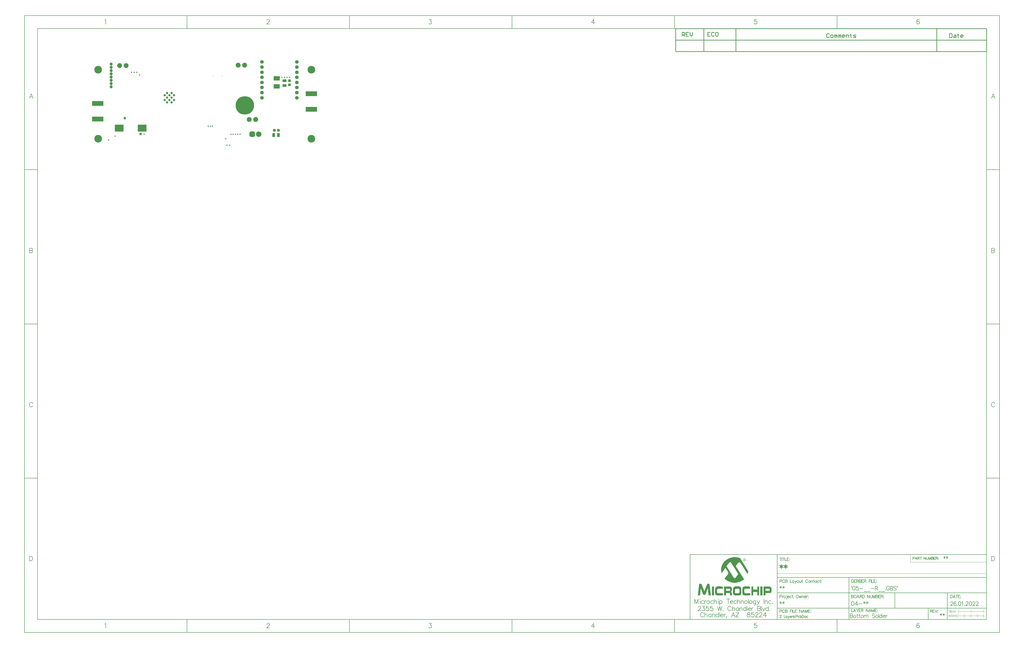
<source format=gbs>
G04*
G04 #@! TF.GenerationSoftware,Altium Limited,Altium Designer,21.0.9 (235)*
G04*
G04 Layer_Color=16711935*
%FSLAX44Y44*%
%MOMM*%
G71*
G04*
G04 #@! TF.SameCoordinates,D83CB673-9EFF-4C90-BE85-E941A3A9D43F*
G04*
G04*
G04 #@! TF.FilePolarity,Negative*
G04*
G01*
G75*
%ADD10C,0.2000*%
%ADD11C,0.1270*%
%ADD12C,0.2540*%
%ADD14C,0.1778*%
%ADD15C,0.1500*%
%ADD16C,0.1000*%
%ADD17C,0.1800*%
%ADD18C,0.3500*%
%ADD57R,4.3910X1.9780*%
G04:AMPARAMS|DCode=58|XSize=1.1mm|YSize=1mm|CornerRadius=0.3mm|HoleSize=0mm|Usage=FLASHONLY|Rotation=180.000|XOffset=0mm|YOffset=0mm|HoleType=Round|Shape=RoundedRectangle|*
%AMROUNDEDRECTD58*
21,1,1.1000,0.4000,0,0,180.0*
21,1,0.5000,1.0000,0,0,180.0*
1,1,0.6000,-0.2500,0.2000*
1,1,0.6000,0.2500,0.2000*
1,1,0.6000,0.2500,-0.2000*
1,1,0.6000,-0.2500,-0.2000*
%
%ADD58ROUNDEDRECTD58*%
G04:AMPARAMS|DCode=69|XSize=1.6mm|YSize=1.1mm|CornerRadius=0.325mm|HoleSize=0mm|Usage=FLASHONLY|Rotation=270.000|XOffset=0mm|YOffset=0mm|HoleType=Round|Shape=RoundedRectangle|*
%AMROUNDEDRECTD69*
21,1,1.6000,0.4500,0,0,270.0*
21,1,0.9500,1.1000,0,0,270.0*
1,1,0.6500,-0.2250,-0.4750*
1,1,0.6500,-0.2250,0.4750*
1,1,0.6500,0.2250,0.4750*
1,1,0.6500,0.2250,-0.4750*
%
%ADD69ROUNDEDRECTD69*%
G04:AMPARAMS|DCode=71|XSize=1.1mm|YSize=1mm|CornerRadius=0.3mm|HoleSize=0mm|Usage=FLASHONLY|Rotation=90.000|XOffset=0mm|YOffset=0mm|HoleType=Round|Shape=RoundedRectangle|*
%AMROUNDEDRECTD71*
21,1,1.1000,0.4000,0,0,90.0*
21,1,0.5000,1.0000,0,0,90.0*
1,1,0.6000,0.2000,0.2500*
1,1,0.6000,0.2000,-0.2500*
1,1,0.6000,-0.2000,-0.2500*
1,1,0.6000,-0.2000,0.2500*
%
%ADD71ROUNDEDRECTD71*%
G04:AMPARAMS|DCode=74|XSize=1.6mm|YSize=1.1mm|CornerRadius=0.325mm|HoleSize=0mm|Usage=FLASHONLY|Rotation=180.000|XOffset=0mm|YOffset=0mm|HoleType=Round|Shape=RoundedRectangle|*
%AMROUNDEDRECTD74*
21,1,1.6000,0.4500,0,0,180.0*
21,1,0.9500,1.1000,0,0,180.0*
1,1,0.6500,-0.4750,0.2250*
1,1,0.6500,0.4750,0.2250*
1,1,0.6500,0.4750,-0.2250*
1,1,0.6500,-0.4750,-0.2250*
%
%ADD74ROUNDEDRECTD74*%
%ADD86C,7.2000*%
%ADD93C,1.0000*%
G04:AMPARAMS|DCode=94|XSize=2.15mm|YSize=2.15mm|CornerRadius=0.5875mm|HoleSize=0mm|Usage=FLASHONLY|Rotation=0.000|XOffset=0mm|YOffset=0mm|HoleType=Round|Shape=RoundedRectangle|*
%AMROUNDEDRECTD94*
21,1,2.1500,0.9750,0,0,0.0*
21,1,0.9750,2.1500,0,0,0.0*
1,1,1.1750,0.4875,-0.4875*
1,1,1.1750,-0.4875,-0.4875*
1,1,1.1750,-0.4875,0.4875*
1,1,1.1750,0.4875,0.4875*
%
%ADD94ROUNDEDRECTD94*%
%ADD95C,2.1500*%
%ADD96C,1.9000*%
%ADD97P,2.0566X8X202.5*%
%ADD98C,1.4000*%
%ADD99C,1.2000*%
%ADD100C,3.0000*%
%ADD101C,0.2000*%
%ADD102C,0.9000*%
%ADD103C,0.5000*%
%ADD119R,2.4500X1.7000*%
%ADD120R,3.4000X2.7000*%
G36*
X2593426Y-1601897D02*
X2594273Y-1602179D01*
X2595402Y-1602602D01*
X2596389Y-1603166D01*
X2597236Y-1604154D01*
X2597800Y-1605565D01*
X2598082Y-1607258D01*
X2598082Y-1607540D01*
X2597941Y-1608105D01*
X2597800Y-1609093D01*
X2597377Y-1610080D01*
X2596813Y-1611209D01*
X2595825Y-1612056D01*
X2594414Y-1612761D01*
X2592580Y-1613043D01*
X2592156Y-1613043D01*
X2591733Y-1612902D01*
X2591169Y-1612761D01*
X2589758Y-1612338D01*
X2589052Y-1611914D01*
X2588347Y-1611350D01*
X2588347Y-1611209D01*
X2588065Y-1611068D01*
X2587500Y-1610221D01*
X2586936Y-1608951D01*
X2586795Y-1608105D01*
X2586654Y-1607258D01*
X2586654Y-1607117D01*
X2586654Y-1606835D01*
X2586795Y-1606412D01*
X2586936Y-1605988D01*
X2587500Y-1604718D01*
X2587923Y-1604013D01*
X2588488Y-1603449D01*
X2588629Y-1603307D01*
X2588770Y-1603166D01*
X2589617Y-1602602D01*
X2590887Y-1602038D01*
X2591733Y-1601755D01*
X2592862Y-1601755D01*
X2593426Y-1601897D01*
X2593426Y-1601897D02*
G37*
G36*
X2557305Y-1596958D02*
X2558434Y-1597099D01*
X2559845Y-1597099D01*
X2561256Y-1597381D01*
X2564501Y-1597805D01*
X2568029Y-1598651D01*
X2571556Y-1599639D01*
X2575084Y-1601050D01*
X2606689Y-1651422D01*
X2606689Y-1651563D01*
X2606689Y-1651845D01*
X2606548Y-1652409D01*
X2606548Y-1652974D01*
X2606407Y-1653820D01*
X2606266Y-1654808D01*
X2605843Y-1656924D01*
X2605843Y-1657065D01*
X2605702Y-1657489D01*
X2605561Y-1658053D01*
X2605420Y-1658759D01*
X2605137Y-1659746D01*
X2604855Y-1660734D01*
X2604149Y-1663133D01*
X2576636Y-1620098D01*
X2576495Y-1619957D01*
X2576353Y-1619534D01*
X2575789Y-1618969D01*
X2575225Y-1618405D01*
X2574519Y-1617841D01*
X2573673Y-1617276D01*
X2572826Y-1616853D01*
X2571697Y-1616712D01*
X2571274Y-1616712D01*
X2570851Y-1616853D01*
X2570286Y-1617135D01*
X2569581Y-1617558D01*
X2568734Y-1618123D01*
X2568029Y-1618828D01*
X2567182Y-1619957D01*
X2558011Y-1632515D01*
X2590322Y-1683451D01*
X2590181Y-1683592D01*
X2589617Y-1684015D01*
X2588770Y-1684720D01*
X2587641Y-1685567D01*
X2586089Y-1686696D01*
X2584255Y-1687825D01*
X2582280Y-1689095D01*
X2579881Y-1690364D01*
X2577341Y-1691634D01*
X2574378Y-1692904D01*
X2571415Y-1694033D01*
X2568029Y-1695162D01*
X2564501Y-1696008D01*
X2560833Y-1696714D01*
X2557023Y-1697137D01*
X2552931Y-1697278D01*
X2551944Y-1697278D01*
X2550815Y-1697137D01*
X2549263Y-1696996D01*
X2547287Y-1696714D01*
X2545030Y-1696431D01*
X2542631Y-1695867D01*
X2539809Y-1695162D01*
X2536987Y-1694315D01*
X2533883Y-1693186D01*
X2530638Y-1691916D01*
X2527393Y-1690364D01*
X2524148Y-1688389D01*
X2520902Y-1686272D01*
X2517798Y-1683733D01*
X2514694Y-1680770D01*
X2528380Y-1661863D01*
X2528522Y-1661722D01*
X2528663Y-1661157D01*
X2528945Y-1660311D01*
X2529086Y-1659605D01*
X2529227Y-1658759D01*
X2529227Y-1658476D01*
X2529086Y-1657771D01*
X2528663Y-1656501D01*
X2527816Y-1654949D01*
X2517657Y-1639005D01*
X2502560Y-1660029D01*
X2502560Y-1659887D01*
X2502419Y-1659746D01*
X2502278Y-1658900D01*
X2501995Y-1657630D01*
X2501713Y-1655937D01*
X2501290Y-1653820D01*
X2501008Y-1651563D01*
X2500867Y-1648882D01*
X2500726Y-1646201D01*
X2500726Y-1645919D01*
X2500726Y-1645354D01*
X2500867Y-1644226D01*
X2501008Y-1642956D01*
X2501149Y-1641263D01*
X2501431Y-1639287D01*
X2501995Y-1637030D01*
X2502560Y-1634631D01*
X2503265Y-1632091D01*
X2504253Y-1629269D01*
X2505523Y-1626447D01*
X2506793Y-1623625D01*
X2508486Y-1620804D01*
X2510461Y-1617841D01*
X2512719Y-1615019D01*
X2515258Y-1612338D01*
X2515400Y-1612197D01*
X2515964Y-1611632D01*
X2516811Y-1610927D01*
X2518080Y-1609939D01*
X2519633Y-1608669D01*
X2521467Y-1607399D01*
X2523583Y-1605988D01*
X2525982Y-1604577D01*
X2528663Y-1603166D01*
X2531626Y-1601755D01*
X2534871Y-1600345D01*
X2538257Y-1599216D01*
X2541926Y-1598228D01*
X2545876Y-1597522D01*
X2549968Y-1596958D01*
X2554342Y-1596817D01*
X2556318Y-1596817D01*
X2557305Y-1596958D01*
X2557305Y-1596958D02*
G37*
G36*
X2609793Y-1711529D02*
X2610499Y-1711670D01*
X2611064Y-1711811D01*
X2611205Y-1711811D01*
X2611487Y-1711952D01*
X2612474Y-1712375D01*
X2613039Y-1712940D01*
X2613462Y-1713504D01*
X2613885Y-1714210D01*
X2614167Y-1715197D01*
X2614167Y-1715338D01*
X2614308Y-1715480D01*
X2614308Y-1715903D01*
X2614450Y-1716608D01*
X2614450Y-1717314D01*
X2614591Y-1718302D01*
X2614591Y-1719430D01*
X2614591Y-1720700D01*
X2595684Y-1720277D01*
X2595543Y-1720277D01*
X2594978Y-1720418D01*
X2594273Y-1720559D01*
X2593567Y-1721124D01*
X2592721Y-1721829D01*
X2592015Y-1723099D01*
X2591733Y-1723945D01*
X2591451Y-1724933D01*
X2591310Y-1725921D01*
X2591310Y-1727191D01*
X2591310Y-1731000D01*
X2591310Y-1731141D01*
X2591310Y-1731283D01*
X2591451Y-1732129D01*
X2591592Y-1733117D01*
X2591874Y-1734387D01*
X2592297Y-1735656D01*
X2593144Y-1736785D01*
X2594132Y-1737632D01*
X2594837Y-1737773D01*
X2595543Y-1737914D01*
X2614873Y-1737914D01*
X2614873Y-1738196D01*
X2614873Y-1738761D01*
X2614873Y-1739748D01*
X2614732Y-1740877D01*
X2614591Y-1742006D01*
X2614450Y-1743135D01*
X2614167Y-1744122D01*
X2613744Y-1744828D01*
X2613744Y-1744969D01*
X2613462Y-1745110D01*
X2613039Y-1745392D01*
X2612474Y-1745674D01*
X2611628Y-1746098D01*
X2610499Y-1746380D01*
X2609088Y-1746521D01*
X2607395Y-1746662D01*
X2593285Y-1746662D01*
X2592156Y-1746521D01*
X2590746Y-1746239D01*
X2589334Y-1745815D01*
X2587782Y-1745110D01*
X2586512Y-1744263D01*
X2585525Y-1742993D01*
X2585525Y-1742852D01*
X2585243Y-1742429D01*
X2584960Y-1741724D01*
X2584678Y-1740877D01*
X2584396Y-1739607D01*
X2584114Y-1738196D01*
X2583973Y-1736362D01*
X2583831Y-1734387D01*
X2583831Y-1723945D01*
X2583831Y-1723804D01*
X2583831Y-1723522D01*
X2583831Y-1723099D01*
X2583973Y-1722534D01*
X2584114Y-1721124D01*
X2584396Y-1719289D01*
X2584819Y-1717455D01*
X2585666Y-1715621D01*
X2586654Y-1714069D01*
X2587359Y-1713363D01*
X2588065Y-1712799D01*
X2588206Y-1712799D01*
X2588488Y-1712517D01*
X2588911Y-1712375D01*
X2589617Y-1712093D01*
X2590463Y-1711811D01*
X2591592Y-1711670D01*
X2592862Y-1711388D01*
X2608100Y-1711388D01*
X2609793Y-1711529D01*
X2609793Y-1711529D02*
G37*
G36*
X2649019Y-1746380D02*
X2641823Y-1746380D01*
X2641823Y-1733258D01*
X2626161Y-1733258D01*
X2626161Y-1746380D01*
X2619388Y-1746380D01*
X2619388Y-1711811D01*
X2626161Y-1711811D01*
X2626161Y-1723945D01*
X2641823Y-1723945D01*
X2641823Y-1711811D01*
X2649019Y-1711811D01*
X2649019Y-1746380D01*
X2649019Y-1746380D02*
G37*
G36*
X2452047Y-1700523D02*
X2452753Y-1700664D01*
X2453599Y-1701088D01*
X2454305Y-1701652D01*
X2455010Y-1702640D01*
X2455716Y-1703910D01*
X2455998Y-1705744D01*
X2460654Y-1746380D01*
X2451906Y-1746380D01*
X2449507Y-1717173D01*
X2449366Y-1717173D01*
X2440477Y-1740595D01*
X2440477Y-1740736D01*
X2440195Y-1741159D01*
X2439772Y-1741865D01*
X2439207Y-1742570D01*
X2438502Y-1743276D01*
X2437655Y-1743981D01*
X2436667Y-1744404D01*
X2435398Y-1744546D01*
X2434833Y-1744546D01*
X2434128Y-1744263D01*
X2433281Y-1743981D01*
X2432294Y-1743558D01*
X2431447Y-1742852D01*
X2430741Y-1741865D01*
X2430036Y-1740595D01*
X2421147Y-1717596D01*
X2421006Y-1717596D01*
X2418466Y-1746380D01*
X2410000Y-1746380D01*
X2414374Y-1705321D01*
X2414374Y-1705038D01*
X2414515Y-1704474D01*
X2414797Y-1703769D01*
X2415221Y-1702781D01*
X2415785Y-1701934D01*
X2416632Y-1701088D01*
X2417760Y-1700523D01*
X2419030Y-1700382D01*
X2419736Y-1700382D01*
X2420582Y-1700664D01*
X2421570Y-1700947D01*
X2422558Y-1701511D01*
X2423687Y-1702358D01*
X2424533Y-1703486D01*
X2425380Y-1705038D01*
X2435257Y-1730154D01*
X2435398Y-1730154D01*
X2445274Y-1705038D01*
X2445415Y-1704897D01*
X2445557Y-1704333D01*
X2446121Y-1703627D01*
X2446685Y-1702640D01*
X2447532Y-1701793D01*
X2448661Y-1701088D01*
X2449931Y-1700523D01*
X2451483Y-1700382D01*
X2451624Y-1700382D01*
X2452047Y-1700523D01*
X2452047Y-1700523D02*
G37*
G36*
X2690360Y-1711952D02*
X2691489Y-1712093D01*
X2692758Y-1712517D01*
X2694170Y-1713222D01*
X2695439Y-1714210D01*
X2696568Y-1715621D01*
X2697415Y-1717596D01*
X2697415Y-1717737D01*
X2697556Y-1718019D01*
X2697556Y-1718584D01*
X2697697Y-1719289D01*
X2697838Y-1720136D01*
X2697838Y-1721124D01*
X2697979Y-1722393D01*
X2697979Y-1723663D01*
X2697979Y-1726344D01*
X2697979Y-1726626D01*
X2697979Y-1727332D01*
X2697838Y-1728461D01*
X2697697Y-1729730D01*
X2697415Y-1731283D01*
X2697133Y-1732835D01*
X2696568Y-1734104D01*
X2695863Y-1735374D01*
X2695863Y-1735515D01*
X2695580Y-1735656D01*
X2695157Y-1736080D01*
X2694734Y-1736503D01*
X2694028Y-1736926D01*
X2693182Y-1737209D01*
X2692335Y-1737491D01*
X2691206Y-1737632D01*
X2673993Y-1737632D01*
X2673993Y-1746380D01*
X2666938Y-1746380D01*
X2666938Y-1711811D01*
X2689655Y-1711811D01*
X2690360Y-1711952D01*
X2690360Y-1711952D02*
G37*
G36*
X2662281Y-1746380D02*
X2654098Y-1746380D01*
X2654098Y-1711811D01*
X2662281Y-1711811D01*
X2662281Y-1746380D01*
X2662281Y-1746380D02*
G37*
G36*
X2537270Y-1711952D02*
X2538398Y-1712375D01*
X2539668Y-1713081D01*
X2540233Y-1713645D01*
X2540938Y-1714351D01*
X2541503Y-1715197D01*
X2541926Y-1716185D01*
X2542490Y-1717314D01*
X2542772Y-1718725D01*
X2542914Y-1720277D01*
X2543055Y-1722111D01*
X2543055Y-1724228D01*
X2543055Y-1724369D01*
X2543055Y-1724510D01*
X2543055Y-1725356D01*
X2542914Y-1726626D01*
X2542631Y-1728037D01*
X2542067Y-1729448D01*
X2541361Y-1730859D01*
X2540374Y-1731988D01*
X2539104Y-1732835D01*
X2539104Y-1732976D01*
X2539245Y-1732976D01*
X2539668Y-1733258D01*
X2540374Y-1733681D01*
X2541079Y-1734387D01*
X2541785Y-1735374D01*
X2542490Y-1736644D01*
X2542914Y-1738337D01*
X2543055Y-1740595D01*
X2543055Y-1746380D01*
X2535718Y-1746380D01*
X2535718Y-1742288D01*
X2535718Y-1742147D01*
X2535718Y-1741865D01*
X2535718Y-1741300D01*
X2535718Y-1740736D01*
X2535576Y-1739607D01*
X2535576Y-1739043D01*
X2535435Y-1738620D01*
X2535294Y-1738478D01*
X2534871Y-1737914D01*
X2534165Y-1737491D01*
X2532896Y-1737350D01*
X2520056Y-1737350D01*
X2520056Y-1746380D01*
X2512719Y-1746380D01*
X2512719Y-1711811D01*
X2536423Y-1711811D01*
X2537270Y-1711952D01*
X2537270Y-1711952D02*
G37*
G36*
X2473071Y-1746380D02*
X2465028Y-1746380D01*
X2465028Y-1711811D01*
X2473071Y-1711811D01*
X2473071Y-1746380D01*
X2473071Y-1746380D02*
G37*
G36*
X2571556Y-1711529D02*
X2572826Y-1711811D01*
X2574096Y-1712093D01*
X2575507Y-1712658D01*
X2576636Y-1713504D01*
X2577623Y-1714492D01*
X2577765Y-1714633D01*
X2578047Y-1715056D01*
X2578329Y-1715762D01*
X2578752Y-1716750D01*
X2579175Y-1718161D01*
X2579599Y-1719713D01*
X2579740Y-1721547D01*
X2579881Y-1723804D01*
X2579881Y-1734245D01*
X2579881Y-1734387D01*
X2579881Y-1734669D01*
X2579881Y-1735092D01*
X2579740Y-1735798D01*
X2579599Y-1737350D01*
X2579316Y-1739325D01*
X2578611Y-1741300D01*
X2577765Y-1743276D01*
X2576495Y-1744828D01*
X2575648Y-1745533D01*
X2574801Y-1745957D01*
X2574660Y-1745957D01*
X2574378Y-1746098D01*
X2573955Y-1746239D01*
X2573391Y-1746239D01*
X2572685Y-1746380D01*
X2571838Y-1746521D01*
X2569581Y-1746662D01*
X2556882Y-1746662D01*
X2555753Y-1746521D01*
X2554483Y-1746239D01*
X2553073Y-1745815D01*
X2551662Y-1745251D01*
X2550392Y-1744404D01*
X2549263Y-1743276D01*
X2549122Y-1743135D01*
X2548981Y-1742711D01*
X2548698Y-1742006D01*
X2548416Y-1741018D01*
X2547993Y-1739889D01*
X2547711Y-1738337D01*
X2547570Y-1736362D01*
X2547429Y-1734245D01*
X2547429Y-1723804D01*
X2547429Y-1723663D01*
X2547429Y-1723381D01*
X2547429Y-1722817D01*
X2547570Y-1722111D01*
X2547711Y-1720418D01*
X2548134Y-1718443D01*
X2548840Y-1716326D01*
X2549968Y-1714492D01*
X2550674Y-1713645D01*
X2551379Y-1712940D01*
X2552367Y-1712375D01*
X2553355Y-1711952D01*
X2553496Y-1711952D01*
X2553637Y-1711811D01*
X2554060Y-1711811D01*
X2554625Y-1711670D01*
X2556035Y-1711529D01*
X2557870Y-1711388D01*
X2570569Y-1711388D01*
X2571556Y-1711529D01*
X2571556Y-1711529D02*
G37*
G36*
X2500867Y-1711529D02*
X2502560Y-1711529D01*
X2504112Y-1711670D01*
X2505382Y-1711952D01*
X2505805Y-1712093D01*
X2506087Y-1712234D01*
X2506228Y-1712234D01*
X2506369Y-1712517D01*
X2506652Y-1712940D01*
X2507075Y-1713645D01*
X2507498Y-1714633D01*
X2507780Y-1716044D01*
X2507921Y-1717878D01*
X2508062Y-1720277D01*
X2489014Y-1720277D01*
X2488168Y-1720418D01*
X2487180Y-1720841D01*
X2486192Y-1721688D01*
X2486051Y-1721970D01*
X2485910Y-1722252D01*
X2485628Y-1722817D01*
X2485487Y-1723522D01*
X2485205Y-1724510D01*
X2485064Y-1725780D01*
X2485064Y-1727191D01*
X2485064Y-1731000D01*
X2485064Y-1731141D01*
X2485064Y-1731706D01*
X2485064Y-1732411D01*
X2485205Y-1733117D01*
X2485346Y-1734951D01*
X2485487Y-1735656D01*
X2485628Y-1736221D01*
X2485769Y-1736503D01*
X2486334Y-1737068D01*
X2486898Y-1737350D01*
X2487462Y-1737632D01*
X2488309Y-1737773D01*
X2489155Y-1737914D01*
X2508486Y-1737914D01*
X2508486Y-1738196D01*
X2508486Y-1738761D01*
X2508486Y-1739607D01*
X2508345Y-1740595D01*
X2508062Y-1742852D01*
X2507780Y-1743840D01*
X2507498Y-1744546D01*
X2507498Y-1744687D01*
X2507216Y-1744828D01*
X2506793Y-1745251D01*
X2506228Y-1745533D01*
X2505241Y-1745957D01*
X2504112Y-1746380D01*
X2502701Y-1746521D01*
X2501008Y-1746662D01*
X2487039Y-1746662D01*
X2486051Y-1746521D01*
X2484781Y-1746239D01*
X2483371Y-1745957D01*
X2481960Y-1745533D01*
X2480690Y-1744828D01*
X2479702Y-1743840D01*
X2479561Y-1743699D01*
X2479420Y-1743276D01*
X2478997Y-1742570D01*
X2478573Y-1741583D01*
X2478150Y-1740313D01*
X2477868Y-1738620D01*
X2477586Y-1736644D01*
X2477444Y-1734245D01*
X2477444Y-1723804D01*
X2477444Y-1723663D01*
X2477444Y-1723381D01*
X2477444Y-1722817D01*
X2477586Y-1722111D01*
X2477868Y-1720277D01*
X2478291Y-1718161D01*
X2479138Y-1716044D01*
X2480408Y-1714069D01*
X2481254Y-1713222D01*
X2482242Y-1712517D01*
X2483230Y-1711952D01*
X2484499Y-1711670D01*
X2484781Y-1711670D01*
X2485487Y-1711529D01*
X2486616Y-1711388D01*
X2499173Y-1711388D01*
X2500867Y-1711529D01*
X2500867Y-1711529D02*
G37*
%LPC*%
G36*
X2592580Y-1602743D02*
X2591874Y-1602743D01*
X2591028Y-1603025D01*
X2590181Y-1603307D01*
X2589193Y-1603872D01*
X2588488Y-1604577D01*
X2587923Y-1605706D01*
X2587641Y-1607258D01*
X2587641Y-1607399D01*
X2587641Y-1607540D01*
X2587782Y-1608387D01*
X2588206Y-1609516D01*
X2589052Y-1610786D01*
X2589334Y-1611068D01*
X2590040Y-1611491D01*
X2591169Y-1611914D01*
X2592580Y-1612197D01*
X2592721Y-1612197D01*
X2593285Y-1612056D01*
X2593990Y-1611914D01*
X2594978Y-1611632D01*
X2595825Y-1610927D01*
X2596530Y-1610080D01*
X2597095Y-1608951D01*
X2597236Y-1607258D01*
X2597236Y-1607117D01*
X2597236Y-1606553D01*
X2596954Y-1605847D01*
X2596671Y-1605001D01*
X2596107Y-1604154D01*
X2595261Y-1603449D01*
X2594132Y-1602884D01*
X2592580Y-1602743D01*
X2592580Y-1602743D02*
G37*
%LPD*%
G36*
X2593849Y-1604295D02*
X2594555Y-1604860D01*
X2594837Y-1605283D01*
X2594978Y-1605988D01*
X2594978Y-1606129D01*
X2594978Y-1606270D01*
X2594837Y-1606976D01*
X2594273Y-1607540D01*
X2593849Y-1607823D01*
X2593285Y-1607964D01*
X2595119Y-1610786D01*
X2593990Y-1610786D01*
X2592297Y-1607964D01*
X2591169Y-1607964D01*
X2591169Y-1610786D01*
X2590181Y-1610786D01*
X2590181Y-1604013D01*
X2593003Y-1604013D01*
X2593849Y-1604295D01*
X2593849Y-1604295D02*
G37*
%LPC*%
G36*
X2592862Y-1605001D02*
X2591169Y-1605001D01*
X2591169Y-1607117D01*
X2593003Y-1607117D01*
X2593426Y-1606976D01*
X2593708Y-1606694D01*
X2593849Y-1605988D01*
X2593849Y-1605847D01*
X2593708Y-1605424D01*
X2593426Y-1605142D01*
X2592862Y-1605001D01*
X2592862Y-1605001D02*
G37*
G36*
X2536000Y-1616571D02*
X2535576Y-1616571D01*
X2535012Y-1616712D01*
X2534448Y-1616994D01*
X2533742Y-1617417D01*
X2532896Y-1617982D01*
X2532049Y-1618687D01*
X2531203Y-1619816D01*
X2522313Y-1632374D01*
X2549263Y-1675126D01*
X2549404Y-1675267D01*
X2549686Y-1675690D01*
X2550110Y-1676396D01*
X2550674Y-1676960D01*
X2551379Y-1677666D01*
X2552226Y-1678371D01*
X2552931Y-1678794D01*
X2553778Y-1678936D01*
X2554201Y-1678936D01*
X2554766Y-1678794D01*
X2555330Y-1678512D01*
X2556035Y-1678230D01*
X2556882Y-1677807D01*
X2557729Y-1677101D01*
X2558434Y-1676114D01*
X2567888Y-1662568D01*
X2540797Y-1619957D01*
X2540656Y-1619816D01*
X2540374Y-1619393D01*
X2539951Y-1618828D01*
X2539386Y-1618264D01*
X2538681Y-1617699D01*
X2537834Y-1617135D01*
X2536987Y-1616712D01*
X2536000Y-1616571D01*
X2536000Y-1616571D02*
G37*
G36*
X2687679Y-1720136D02*
X2673993Y-1720136D01*
X2673993Y-1728884D01*
X2688526Y-1728884D01*
X2688808Y-1728743D01*
X2689231Y-1728461D01*
X2689655Y-1728037D01*
X2690078Y-1727332D01*
X2690219Y-1726485D01*
X2690360Y-1725356D01*
X2690360Y-1723945D01*
X2690360Y-1723804D01*
X2690360Y-1723381D01*
X2690219Y-1722676D01*
X2690078Y-1721970D01*
X2689655Y-1721406D01*
X2689231Y-1720700D01*
X2688526Y-1720277D01*
X2687679Y-1720136D01*
X2687679Y-1720136D02*
G37*
G36*
X2532613Y-1720136D02*
X2520056Y-1720136D01*
X2520056Y-1728743D01*
X2533742Y-1728743D01*
X2534165Y-1728602D01*
X2534730Y-1728320D01*
X2535294Y-1727896D01*
X2535718Y-1727191D01*
X2536000Y-1726344D01*
X2536141Y-1725074D01*
X2536141Y-1723945D01*
X2536141Y-1723804D01*
X2536141Y-1723381D01*
X2536000Y-1722676D01*
X2535718Y-1721970D01*
X2535294Y-1721406D01*
X2534589Y-1720700D01*
X2533742Y-1720277D01*
X2532613Y-1720136D01*
X2532613Y-1720136D02*
G37*
G36*
X2568593Y-1720136D02*
X2558999Y-1720136D01*
X2558152Y-1720277D01*
X2557023Y-1720841D01*
X2556459Y-1721124D01*
X2556035Y-1721688D01*
X2555894Y-1721970D01*
X2555753Y-1722393D01*
X2555471Y-1722958D01*
X2555330Y-1723663D01*
X2555048Y-1724651D01*
X2554907Y-1725780D01*
X2554907Y-1727191D01*
X2554907Y-1731000D01*
X2554907Y-1731141D01*
X2554907Y-1731706D01*
X2554907Y-1732270D01*
X2555048Y-1733117D01*
X2555189Y-1734951D01*
X2555330Y-1735798D01*
X2555612Y-1736503D01*
X2555753Y-1736785D01*
X2556318Y-1737209D01*
X2557305Y-1737632D01*
X2558011Y-1737914D01*
X2568311Y-1737914D01*
X2568875Y-1737773D01*
X2569581Y-1737491D01*
X2570428Y-1737068D01*
X2571274Y-1736221D01*
X2571979Y-1734951D01*
X2572262Y-1734245D01*
X2572544Y-1733258D01*
X2572685Y-1732270D01*
X2572685Y-1731000D01*
X2572685Y-1727191D01*
X2572685Y-1727050D01*
X2572685Y-1726485D01*
X2572685Y-1725921D01*
X2572544Y-1725074D01*
X2572121Y-1723240D01*
X2571697Y-1722393D01*
X2571274Y-1721688D01*
X2571274Y-1721547D01*
X2570992Y-1721406D01*
X2570286Y-1720841D01*
X2569299Y-1720418D01*
X2568593Y-1720136D01*
X2568593Y-1720136D02*
G37*
%LPD*%
D10*
X3373571Y-1593883D02*
X3373571Y-1602453D01*
X3370000Y-1596025D02*
X3377142Y-1600310D01*
X3377142Y-1596025D02*
X3370000Y-1600310D01*
X3383783Y-1593883D02*
X3383783Y-1602453D01*
X3380212Y-1596025D02*
X3387354Y-1600310D01*
X3387354Y-1596025D02*
X3380212Y-1600310D01*
D11*
X3310000Y-1840580D02*
X3310000Y-1796380D01*
X3000000Y-1840580D02*
X3000000Y-1676380D01*
X3180000Y-1796380D02*
X3180000Y-1736380D01*
X3385000Y-1840580D02*
X3385000Y-1736380D01*
X2380000Y-1840580D02*
X2380000Y-1586380D01*
X2720000Y-1840580D02*
X2720000Y-1586380D01*
X3538200Y-1840580D02*
X3538200Y-1586380D01*
X2380000Y-1840580D02*
X3538200Y-1840580D01*
X2720000Y-1796380D02*
X3538200Y-1796380D01*
X2720000Y-1736380D02*
X3538200Y-1736380D01*
X2720000Y-1676380D02*
X3538200Y-1676380D01*
X2380000Y-1586380D02*
X3538200Y-1586380D01*
X2039600Y-1840580D02*
X2395200Y-1840580D01*
X414000Y-1891380D02*
X414000Y-1840580D01*
X-221000Y-1288130D02*
X-170200Y-1288130D01*
X-221000Y-684880D02*
X-170200Y-684880D01*
X-221000Y-81630D02*
X-170200Y-81630D01*
X-170200Y-1840580D02*
X3538200Y-1840580D01*
X-170200Y-1840580D02*
X-170200Y470820D01*
X-221000Y-1891380D02*
X3589000Y-1891380D01*
X-221000Y-1891380D02*
X-221000Y521620D01*
X3538200Y-1840580D02*
X3538200Y-1535780D01*
X1049000Y-1891380D02*
X1049000Y-1840580D01*
X1684000Y-1891380D02*
X1684000Y-1840580D01*
X2319000Y-1891380D02*
X2319000Y-1840580D01*
X2954000Y-1891380D02*
X2954000Y-1840580D01*
X3538200Y-1288130D02*
X3589000Y-1288130D01*
X3538200Y-684880D02*
X3589000Y-684880D01*
X3538200Y-81630D02*
X3589000Y-81630D01*
X3589000Y-1891380D02*
X3589000Y521620D01*
X3538200Y-1840580D02*
X3538200Y470820D01*
X414000Y470820D02*
X414000Y521620D01*
X-221000Y521620D02*
X3589000Y521620D01*
X-170200Y470820D02*
X3538200Y470820D01*
X1049000Y470820D02*
X1049000Y521620D01*
X1684000Y470820D02*
X1684000Y521620D01*
X2319000Y470820D02*
X2319000Y521620D01*
X2954000Y470820D02*
X2954000Y521620D01*
X3010000Y-1799952D02*
X3010000Y-1811380D01*
X3016530Y-1811380D01*
X3026489Y-1811380D02*
X3022135Y-1799952D01*
X3017782Y-1811380D01*
X3019414Y-1807571D02*
X3024856Y-1807571D01*
X3029155Y-1799952D02*
X3033508Y-1805394D01*
X3033508Y-1811380D01*
X3037862Y-1799952D02*
X3033508Y-1805394D01*
X3046405Y-1799952D02*
X3039331Y-1799952D01*
X3039331Y-1811380D01*
X3046405Y-1811380D01*
X3039331Y-1805394D02*
X3043684Y-1805394D01*
X3048310Y-1799952D02*
X3048310Y-1811380D01*
X3048310Y-1799952D02*
X3053207Y-1799952D01*
X3054840Y-1800497D01*
X3055384Y-1801041D01*
X3055928Y-1802129D01*
X3055928Y-1803217D01*
X3055384Y-1804306D01*
X3054840Y-1804850D01*
X3053207Y-1805394D01*
X3048310Y-1805394D01*
X3052119Y-1805394D02*
X3055928Y-1811380D01*
X3067464Y-1799952D02*
X3067464Y-1811380D01*
X3067464Y-1799952D02*
X3075083Y-1811380D01*
X3075083Y-1799952D02*
X3075083Y-1811380D01*
X3086945Y-1811380D02*
X3082592Y-1799952D01*
X3078239Y-1811380D01*
X3079872Y-1807571D02*
X3085313Y-1807571D01*
X3089612Y-1799952D02*
X3089612Y-1811380D01*
X3089612Y-1799952D02*
X3093965Y-1811380D01*
X3098319Y-1799952D02*
X3093965Y-1811380D01*
X3098319Y-1799952D02*
X3098319Y-1811380D01*
X3108658Y-1799952D02*
X3101584Y-1799952D01*
X3101584Y-1811380D01*
X3108658Y-1811380D01*
X3101584Y-1805394D02*
X3105937Y-1805394D01*
X3111107Y-1803761D02*
X3110563Y-1804306D01*
X3111107Y-1804850D01*
X3111651Y-1804306D01*
X3111107Y-1803761D01*
X3111107Y-1810291D02*
X3110563Y-1810836D01*
X3111107Y-1811380D01*
X3111651Y-1810836D01*
X3111107Y-1810291D01*
X3317500Y-1802452D02*
X3317500Y-1813880D01*
X3317500Y-1802452D02*
X3322397Y-1802452D01*
X3324030Y-1802997D01*
X3324574Y-1803541D01*
X3325118Y-1804629D01*
X3325118Y-1805717D01*
X3324574Y-1806806D01*
X3324030Y-1807350D01*
X3322397Y-1807894D01*
X3317500Y-1807894D01*
X3321309Y-1807894D02*
X3325118Y-1813880D01*
X3334750Y-1802452D02*
X3327676Y-1802452D01*
X3327676Y-1813880D01*
X3334750Y-1813880D01*
X3327676Y-1807894D02*
X3332029Y-1807894D01*
X3336655Y-1802452D02*
X3341008Y-1813880D01*
X3345362Y-1802452D02*
X3341008Y-1813880D01*
X3347375Y-1806261D02*
X3346831Y-1806806D01*
X3347375Y-1807350D01*
X3347919Y-1806806D01*
X3347375Y-1806261D01*
X3347375Y-1812791D02*
X3346831Y-1813336D01*
X3347375Y-1813880D01*
X3347919Y-1813336D01*
X3347375Y-1812791D01*
X3397000Y-1744952D02*
X3397000Y-1756380D01*
X3397000Y-1744952D02*
X3400809Y-1744952D01*
X3402442Y-1745497D01*
X3403530Y-1746585D01*
X3404074Y-1747673D01*
X3404619Y-1749306D01*
X3404619Y-1752027D01*
X3404074Y-1753659D01*
X3403530Y-1754747D01*
X3402442Y-1755836D01*
X3400809Y-1756380D01*
X3397000Y-1756380D01*
X3415883Y-1756380D02*
X3411530Y-1744952D01*
X3407176Y-1756380D01*
X3408809Y-1752571D02*
X3414250Y-1752571D01*
X3422358Y-1744952D02*
X3422358Y-1756380D01*
X3418549Y-1744952D02*
X3426168Y-1744952D01*
X3434602Y-1744952D02*
X3427528Y-1744952D01*
X3427528Y-1756380D01*
X3434602Y-1756380D01*
X3427528Y-1750394D02*
X3431881Y-1750394D01*
X3437051Y-1748761D02*
X3436507Y-1749306D01*
X3437051Y-1749850D01*
X3437595Y-1749306D01*
X3437051Y-1748761D01*
X3437051Y-1755291D02*
X3436507Y-1755836D01*
X3437051Y-1756380D01*
X3437595Y-1755836D01*
X3437051Y-1755291D01*
X2733809Y-1599952D02*
X2733809Y-1611380D01*
X2730000Y-1599952D02*
X2737618Y-1599952D01*
X2738979Y-1599952D02*
X2738979Y-1611380D01*
X2745182Y-1599952D02*
X2745182Y-1611380D01*
X2741373Y-1599952D02*
X2748992Y-1599952D01*
X2750352Y-1599952D02*
X2750352Y-1611380D01*
X2756882Y-1611380D01*
X2765208Y-1599952D02*
X2758134Y-1599952D01*
X2758134Y-1611380D01*
X2765208Y-1611380D01*
X2758134Y-1605394D02*
X2762487Y-1605394D01*
X2767657Y-1603761D02*
X2767112Y-1604306D01*
X2767657Y-1604850D01*
X2768201Y-1604306D01*
X2767657Y-1603761D01*
X2767657Y-1610291D02*
X2767112Y-1610836D01*
X2767657Y-1611380D01*
X2768201Y-1610836D01*
X2767657Y-1610291D01*
D12*
X3538200Y380820D02*
X3538200Y470820D01*
X2323200Y470820D02*
X3538200Y470820D01*
X2558200Y380820D02*
X2558200Y425820D01*
X2323200Y425820D02*
X2323200Y470820D01*
X2323200Y425820D02*
X3538200Y425820D01*
X2433200Y425820D02*
X2433200Y470820D01*
X2558200Y425820D02*
X2558200Y470820D01*
X3343200Y425820D02*
X3343200Y470820D01*
X2323200Y380820D02*
X2323200Y425820D01*
X2323200Y380820D02*
X3538200Y380820D01*
X3343200Y380820D02*
X3343200Y425820D01*
X2433200Y380820D02*
X2433200Y425820D01*
X2348200Y440820D02*
X2348200Y456055D01*
X2355818Y456055D01*
X2358357Y453516D01*
X2358357Y448438D01*
X2355818Y445899D01*
X2348200Y445899D01*
X2353279Y445899D02*
X2358357Y440820D01*
X2373592Y456055D02*
X2363435Y456055D01*
X2363435Y440820D01*
X2373592Y440820D01*
X2363435Y448438D02*
X2368514Y448438D01*
X2378670Y456055D02*
X2378670Y445899D01*
X2383749Y440820D01*
X2388827Y445899D01*
X2388827Y456055D01*
X2458357Y456055D02*
X2448200Y456055D01*
X2448200Y440820D01*
X2458357Y440820D01*
X2448200Y448438D02*
X2453279Y448438D01*
X2473592Y453516D02*
X2471053Y456055D01*
X2465974Y456055D01*
X2463435Y453516D01*
X2463435Y443359D01*
X2465974Y440820D01*
X2471053Y440820D01*
X2473592Y443359D01*
X2486288Y456055D02*
X2481210Y456055D01*
X2478670Y453516D01*
X2478670Y443359D01*
X2481210Y440820D01*
X2486288Y440820D01*
X2488827Y443359D01*
X2488827Y453516D01*
X2486288Y456055D01*
X2923357Y448516D02*
X2920818Y451055D01*
X2915739Y451055D01*
X2913200Y448516D01*
X2913200Y438359D01*
X2915739Y435820D01*
X2920818Y435820D01*
X2923357Y438359D01*
X2930974Y435820D02*
X2936053Y435820D01*
X2938592Y438359D01*
X2938592Y443438D01*
X2936053Y445977D01*
X2930974Y445977D01*
X2928435Y443438D01*
X2928435Y438359D01*
X2930974Y435820D01*
X2943670Y435820D02*
X2943670Y445977D01*
X2946209Y445977D01*
X2948748Y443438D01*
X2948748Y435820D01*
X2948748Y443438D01*
X2951288Y445977D01*
X2953827Y443438D01*
X2953827Y435820D01*
X2958905Y435820D02*
X2958905Y445977D01*
X2961444Y445977D01*
X2963984Y443438D01*
X2963984Y435820D01*
X2963984Y443438D01*
X2966523Y445977D01*
X2969062Y443438D01*
X2969062Y435820D01*
X2981758Y435820D02*
X2976680Y435820D01*
X2974140Y438359D01*
X2974140Y443438D01*
X2976680Y445977D01*
X2981758Y445977D01*
X2984297Y443438D01*
X2984297Y440899D01*
X2974140Y440899D01*
X2989376Y435820D02*
X2989376Y445977D01*
X2996993Y445977D01*
X2999532Y443438D01*
X2999532Y435820D01*
X3007150Y448516D02*
X3007150Y445977D01*
X3004611Y445977D01*
X3009689Y445977D01*
X3007150Y445977D01*
X3007150Y438359D01*
X3009689Y435820D01*
X3017307Y435820D02*
X3024924Y435820D01*
X3027463Y438359D01*
X3024924Y440899D01*
X3019846Y440899D01*
X3017307Y443438D01*
X3019846Y445977D01*
X3027463Y445977D01*
X3393200Y451055D02*
X3393200Y435820D01*
X3400818Y435820D01*
X3403357Y438359D01*
X3403357Y448516D01*
X3400818Y451055D01*
X3393200Y451055D01*
X3410974Y445977D02*
X3416053Y445977D01*
X3418592Y443438D01*
X3418592Y435820D01*
X3410974Y435820D01*
X3408435Y438359D01*
X3410974Y440899D01*
X3418592Y440899D01*
X3426209Y448516D02*
X3426209Y445977D01*
X3423670Y445977D01*
X3428748Y445977D01*
X3426209Y445977D01*
X3426209Y438359D01*
X3428748Y435820D01*
X3443984Y435820D02*
X3438905Y435820D01*
X3436366Y438359D01*
X3436366Y443438D01*
X3438905Y445977D01*
X3443984Y445977D01*
X3446523Y443438D01*
X3446523Y440899D01*
X3436366Y440899D01*
D14*
X3360349Y-1817106D02*
X3360349Y-1825676D01*
X3356778Y-1819249D02*
X3363919Y-1823533D01*
X3363919Y-1819249D02*
X3356778Y-1823533D01*
X3370561Y-1817106D02*
X3370561Y-1825676D01*
X3366990Y-1819249D02*
X3374131Y-1823533D01*
X3374131Y-1819249D02*
X3366990Y-1823533D01*
X2733809Y-1710383D02*
X2733809Y-1719524D01*
X2730000Y-1712668D02*
X2737617Y-1717239D01*
X2737617Y-1712668D02*
X2730000Y-1717239D01*
X2744702Y-1710383D02*
X2744702Y-1719524D01*
X2740893Y-1712668D02*
X2748510Y-1717239D01*
X2748510Y-1712668D02*
X2740893Y-1717239D01*
X2432697Y-1817836D02*
X2431851Y-1816143D01*
X2430158Y-1814450D01*
X2428465Y-1813604D01*
X2425079Y-1813604D01*
X2423386Y-1814450D01*
X2421693Y-1816143D01*
X2420847Y-1817836D01*
X2420000Y-1820376D01*
X2420000Y-1824608D01*
X2420847Y-1827148D01*
X2421693Y-1828840D01*
X2423386Y-1830533D01*
X2425079Y-1831380D01*
X2428465Y-1831380D01*
X2430158Y-1830533D01*
X2431851Y-1828840D01*
X2432697Y-1827148D01*
X2437692Y-1813604D02*
X2437692Y-1831380D01*
X2437692Y-1822915D02*
X2440231Y-1820376D01*
X2441924Y-1819529D01*
X2444464Y-1819529D01*
X2446156Y-1820376D01*
X2447003Y-1822915D01*
X2447003Y-1831380D01*
X2461817Y-1819529D02*
X2461817Y-1831380D01*
X2461817Y-1822068D02*
X2460123Y-1820376D01*
X2458431Y-1819529D01*
X2455891Y-1819529D01*
X2454198Y-1820376D01*
X2452505Y-1822068D01*
X2451659Y-1824608D01*
X2451659Y-1826301D01*
X2452505Y-1828840D01*
X2454198Y-1830533D01*
X2455891Y-1831380D01*
X2458431Y-1831380D01*
X2460123Y-1830533D01*
X2461817Y-1828840D01*
X2466557Y-1819529D02*
X2466557Y-1831380D01*
X2466557Y-1822915D02*
X2469096Y-1820376D01*
X2470789Y-1819529D01*
X2473329Y-1819529D01*
X2475022Y-1820376D01*
X2475868Y-1822915D01*
X2475868Y-1831380D01*
X2490682Y-1813604D02*
X2490682Y-1831380D01*
X2490682Y-1822068D02*
X2488989Y-1820376D01*
X2487296Y-1819529D01*
X2484756Y-1819529D01*
X2483063Y-1820376D01*
X2481370Y-1822068D01*
X2480524Y-1824608D01*
X2480524Y-1826301D01*
X2481370Y-1828840D01*
X2483063Y-1830533D01*
X2484756Y-1831380D01*
X2487296Y-1831380D01*
X2488989Y-1830533D01*
X2490682Y-1828840D01*
X2495422Y-1813604D02*
X2495422Y-1831380D01*
X2499147Y-1824608D02*
X2509304Y-1824608D01*
X2509304Y-1822915D01*
X2508458Y-1821222D01*
X2507611Y-1820376D01*
X2505918Y-1819529D01*
X2503379Y-1819529D01*
X2501686Y-1820376D01*
X2499993Y-1822068D01*
X2499147Y-1824608D01*
X2499147Y-1826301D01*
X2499993Y-1828840D01*
X2501686Y-1830533D01*
X2503379Y-1831380D01*
X2505918Y-1831380D01*
X2507611Y-1830533D01*
X2509304Y-1828840D01*
X2513114Y-1819529D02*
X2513114Y-1831380D01*
X2513114Y-1824608D02*
X2513960Y-1822068D01*
X2515653Y-1820376D01*
X2517346Y-1819529D01*
X2519885Y-1819529D01*
X2523187Y-1830533D02*
X2522340Y-1831380D01*
X2521494Y-1830533D01*
X2522340Y-1829687D01*
X2523187Y-1830533D01*
X2523187Y-1832226D01*
X2522340Y-1833919D01*
X2521494Y-1834766D01*
X2554591Y-1831380D02*
X2547819Y-1813604D01*
X2541048Y-1831380D01*
X2543587Y-1825455D02*
X2552052Y-1825455D01*
X2570590Y-1813604D02*
X2558739Y-1831380D01*
X2558739Y-1813604D02*
X2570590Y-1813604D01*
X2558739Y-1831380D02*
X2570590Y-1831380D01*
X2606735Y-1813604D02*
X2604195Y-1814450D01*
X2603349Y-1816143D01*
X2603349Y-1817836D01*
X2604195Y-1819529D01*
X2605888Y-1820376D01*
X2609274Y-1821222D01*
X2611814Y-1822068D01*
X2613506Y-1823761D01*
X2614353Y-1825455D01*
X2614353Y-1827994D01*
X2613506Y-1829687D01*
X2612660Y-1830533D01*
X2610121Y-1831380D01*
X2606735Y-1831380D01*
X2604195Y-1830533D01*
X2603349Y-1829687D01*
X2602502Y-1827994D01*
X2602502Y-1825455D01*
X2603349Y-1823761D01*
X2605042Y-1822068D01*
X2607581Y-1821222D01*
X2610967Y-1820376D01*
X2612660Y-1819529D01*
X2613506Y-1817836D01*
X2613506Y-1816143D01*
X2612660Y-1814450D01*
X2610121Y-1813604D01*
X2606735Y-1813604D01*
X2628489Y-1813604D02*
X2620025Y-1813604D01*
X2619178Y-1821222D01*
X2620025Y-1820376D01*
X2622564Y-1819529D01*
X2625103Y-1819529D01*
X2627643Y-1820376D01*
X2629336Y-1822068D01*
X2630182Y-1824608D01*
X2630182Y-1826301D01*
X2629336Y-1828840D01*
X2627643Y-1830533D01*
X2625103Y-1831380D01*
X2622564Y-1831380D01*
X2620025Y-1830533D01*
X2619178Y-1829687D01*
X2618332Y-1827994D01*
X2635007Y-1817836D02*
X2635007Y-1816990D01*
X2635854Y-1815297D01*
X2636700Y-1814450D01*
X2638393Y-1813604D01*
X2641779Y-1813604D01*
X2643472Y-1814450D01*
X2644319Y-1815297D01*
X2645165Y-1816990D01*
X2645165Y-1818683D01*
X2644319Y-1820376D01*
X2642626Y-1822915D01*
X2634161Y-1831380D01*
X2646012Y-1831380D01*
X2650836Y-1817836D02*
X2650836Y-1816990D01*
X2651683Y-1815297D01*
X2652530Y-1814450D01*
X2654223Y-1813604D01*
X2657609Y-1813604D01*
X2659301Y-1814450D01*
X2660148Y-1815297D01*
X2660994Y-1816990D01*
X2660994Y-1818683D01*
X2660148Y-1820376D01*
X2658455Y-1822915D01*
X2649990Y-1831380D01*
X2661841Y-1831380D01*
X2674284Y-1813604D02*
X2665819Y-1825455D01*
X2678517Y-1825455D01*
X2674284Y-1813604D02*
X2674284Y-1831380D01*
X2410847Y-1792836D02*
X2410847Y-1791990D01*
X2411693Y-1790297D01*
X2412540Y-1789450D01*
X2414233Y-1788604D01*
X2417619Y-1788604D01*
X2419312Y-1789450D01*
X2420158Y-1790297D01*
X2421004Y-1791990D01*
X2421004Y-1793683D01*
X2420158Y-1795376D01*
X2418465Y-1797915D01*
X2410000Y-1806380D01*
X2421851Y-1806380D01*
X2427522Y-1788604D02*
X2436834Y-1788604D01*
X2431755Y-1795376D01*
X2434294Y-1795376D01*
X2435987Y-1796222D01*
X2436834Y-1797068D01*
X2437680Y-1799608D01*
X2437680Y-1801301D01*
X2436834Y-1803840D01*
X2435141Y-1805533D01*
X2432601Y-1806380D01*
X2430062Y-1806380D01*
X2427522Y-1805533D01*
X2426676Y-1804687D01*
X2425829Y-1802994D01*
X2451817Y-1788604D02*
X2443352Y-1788604D01*
X2442505Y-1796222D01*
X2443352Y-1795376D01*
X2445891Y-1794529D01*
X2448431Y-1794529D01*
X2450970Y-1795376D01*
X2452663Y-1797068D01*
X2453510Y-1799608D01*
X2453510Y-1801301D01*
X2452663Y-1803840D01*
X2450970Y-1805533D01*
X2448431Y-1806380D01*
X2445891Y-1806380D01*
X2443352Y-1805533D01*
X2442505Y-1804687D01*
X2441659Y-1802994D01*
X2467646Y-1788604D02*
X2459181Y-1788604D01*
X2458335Y-1796222D01*
X2459181Y-1795376D01*
X2461720Y-1794529D01*
X2464260Y-1794529D01*
X2466799Y-1795376D01*
X2468492Y-1797068D01*
X2469339Y-1799608D01*
X2469339Y-1801301D01*
X2468492Y-1803840D01*
X2466799Y-1805533D01*
X2464260Y-1806380D01*
X2461720Y-1806380D01*
X2459181Y-1805533D01*
X2458335Y-1804687D01*
X2457488Y-1802994D01*
X2487284Y-1788604D02*
X2491517Y-1806380D01*
X2495749Y-1788604D02*
X2491517Y-1806380D01*
X2495749Y-1788604D02*
X2499982Y-1806380D01*
X2504214Y-1788604D02*
X2499982Y-1806380D01*
X2508616Y-1804687D02*
X2507769Y-1805533D01*
X2508616Y-1806380D01*
X2509462Y-1805533D01*
X2508616Y-1804687D01*
X2540020Y-1792836D02*
X2539174Y-1791143D01*
X2537481Y-1789450D01*
X2535788Y-1788604D01*
X2532402Y-1788604D01*
X2530709Y-1789450D01*
X2529016Y-1791143D01*
X2528170Y-1792836D01*
X2527323Y-1795376D01*
X2527323Y-1799608D01*
X2528170Y-1802147D01*
X2529016Y-1803840D01*
X2530709Y-1805533D01*
X2532402Y-1806380D01*
X2535788Y-1806380D01*
X2537481Y-1805533D01*
X2539174Y-1803840D01*
X2540020Y-1802147D01*
X2545014Y-1788604D02*
X2545014Y-1806380D01*
X2545014Y-1797915D02*
X2547554Y-1795376D01*
X2549247Y-1794529D01*
X2551786Y-1794529D01*
X2553479Y-1795376D01*
X2554326Y-1797915D01*
X2554326Y-1806380D01*
X2569139Y-1794529D02*
X2569139Y-1806380D01*
X2569139Y-1797068D02*
X2567446Y-1795376D01*
X2565753Y-1794529D01*
X2563214Y-1794529D01*
X2561521Y-1795376D01*
X2559828Y-1797068D01*
X2558981Y-1799608D01*
X2558981Y-1801301D01*
X2559828Y-1803840D01*
X2561521Y-1805533D01*
X2563214Y-1806380D01*
X2565753Y-1806380D01*
X2567446Y-1805533D01*
X2569139Y-1803840D01*
X2573880Y-1794529D02*
X2573880Y-1806380D01*
X2573880Y-1797915D02*
X2576419Y-1795376D01*
X2578112Y-1794529D01*
X2580652Y-1794529D01*
X2582344Y-1795376D01*
X2583191Y-1797915D01*
X2583191Y-1806380D01*
X2598004Y-1788604D02*
X2598004Y-1806380D01*
X2598004Y-1797068D02*
X2596312Y-1795376D01*
X2594619Y-1794529D01*
X2592079Y-1794529D01*
X2590386Y-1795376D01*
X2588693Y-1797068D01*
X2587847Y-1799608D01*
X2587847Y-1801301D01*
X2588693Y-1803840D01*
X2590386Y-1805533D01*
X2592079Y-1806380D01*
X2594619Y-1806380D01*
X2596312Y-1805533D01*
X2598004Y-1803840D01*
X2602745Y-1788604D02*
X2602745Y-1806380D01*
X2606469Y-1799608D02*
X2616627Y-1799608D01*
X2616627Y-1797915D01*
X2615781Y-1796222D01*
X2614934Y-1795376D01*
X2613241Y-1794529D01*
X2610702Y-1794529D01*
X2609009Y-1795376D01*
X2607316Y-1797068D01*
X2606469Y-1799608D01*
X2606469Y-1801301D01*
X2607316Y-1803840D01*
X2609009Y-1805533D01*
X2610702Y-1806380D01*
X2613241Y-1806380D01*
X2614934Y-1805533D01*
X2616627Y-1803840D01*
X2620436Y-1794529D02*
X2620436Y-1806380D01*
X2620436Y-1799608D02*
X2621283Y-1797068D01*
X2622976Y-1795376D01*
X2624669Y-1794529D01*
X2627208Y-1794529D01*
X2642784Y-1788604D02*
X2642784Y-1806380D01*
X2642784Y-1788604D02*
X2650402Y-1788604D01*
X2652941Y-1789450D01*
X2653788Y-1790297D01*
X2654634Y-1791990D01*
X2654634Y-1793683D01*
X2653788Y-1795376D01*
X2652941Y-1796222D01*
X2650402Y-1797068D01*
X2642784Y-1797068D02*
X2650402Y-1797068D01*
X2652941Y-1797915D01*
X2653788Y-1798761D01*
X2654634Y-1800455D01*
X2654634Y-1802994D01*
X2653788Y-1804687D01*
X2652941Y-1805533D01*
X2650402Y-1806380D01*
X2642784Y-1806380D01*
X2658613Y-1788604D02*
X2658613Y-1806380D01*
X2662337Y-1794529D02*
X2667416Y-1806380D01*
X2672495Y-1794529D02*
X2667416Y-1806380D01*
X2685531Y-1788604D02*
X2685531Y-1806380D01*
X2685531Y-1797068D02*
X2683838Y-1795376D01*
X2682145Y-1794529D01*
X2679606Y-1794529D01*
X2677913Y-1795376D01*
X2676220Y-1797068D01*
X2675373Y-1799608D01*
X2675373Y-1801301D01*
X2676220Y-1803840D01*
X2677913Y-1805533D01*
X2679606Y-1806380D01*
X2682145Y-1806380D01*
X2683838Y-1805533D01*
X2685531Y-1803840D01*
X2691118Y-1804687D02*
X2690271Y-1805533D01*
X2691118Y-1806380D01*
X2691964Y-1805533D01*
X2691118Y-1804687D01*
X2397700Y-1761204D02*
X2397700Y-1778980D01*
X2397700Y-1761204D02*
X2404472Y-1778980D01*
X2411244Y-1761204D02*
X2404472Y-1778980D01*
X2411244Y-1761204D02*
X2411244Y-1778980D01*
X2418016Y-1761204D02*
X2418862Y-1762050D01*
X2419709Y-1761204D01*
X2418862Y-1760357D01*
X2418016Y-1761204D01*
X2418862Y-1767129D02*
X2418862Y-1778980D01*
X2432999Y-1769668D02*
X2431306Y-1767976D01*
X2429613Y-1767129D01*
X2427073Y-1767129D01*
X2425380Y-1767976D01*
X2423687Y-1769668D01*
X2422841Y-1772208D01*
X2422841Y-1773901D01*
X2423687Y-1776440D01*
X2425380Y-1778133D01*
X2427073Y-1778980D01*
X2429613Y-1778980D01*
X2431306Y-1778133D01*
X2432999Y-1776440D01*
X2436808Y-1767129D02*
X2436808Y-1778980D01*
X2436808Y-1772208D02*
X2437654Y-1769668D01*
X2439347Y-1767976D01*
X2441040Y-1767129D01*
X2443580Y-1767129D01*
X2449420Y-1767129D02*
X2447727Y-1767976D01*
X2446035Y-1769668D01*
X2445188Y-1772208D01*
X2445188Y-1773901D01*
X2446035Y-1776440D01*
X2447727Y-1778133D01*
X2449420Y-1778980D01*
X2451960Y-1778980D01*
X2453653Y-1778133D01*
X2455346Y-1776440D01*
X2456192Y-1773901D01*
X2456192Y-1772208D01*
X2455346Y-1769668D01*
X2453653Y-1767976D01*
X2451960Y-1767129D01*
X2449420Y-1767129D01*
X2470244Y-1769668D02*
X2468551Y-1767976D01*
X2466858Y-1767129D01*
X2464319Y-1767129D01*
X2462626Y-1767976D01*
X2460933Y-1769668D01*
X2460086Y-1772208D01*
X2460086Y-1773901D01*
X2460933Y-1776440D01*
X2462626Y-1778133D01*
X2464319Y-1778980D01*
X2466858Y-1778980D01*
X2468551Y-1778133D01*
X2470244Y-1776440D01*
X2474053Y-1761204D02*
X2474053Y-1778980D01*
X2474053Y-1770515D02*
X2476593Y-1767976D01*
X2478286Y-1767129D01*
X2480825Y-1767129D01*
X2482518Y-1767976D01*
X2483365Y-1770515D01*
X2483365Y-1778980D01*
X2489713Y-1761204D02*
X2490560Y-1762050D01*
X2491406Y-1761204D01*
X2490560Y-1760357D01*
X2489713Y-1761204D01*
X2490560Y-1767129D02*
X2490560Y-1778980D01*
X2494538Y-1767129D02*
X2494538Y-1784905D01*
X2494538Y-1769668D02*
X2496231Y-1767976D01*
X2497924Y-1767129D01*
X2500464Y-1767129D01*
X2502156Y-1767976D01*
X2503849Y-1769668D01*
X2504696Y-1772208D01*
X2504696Y-1773901D01*
X2503849Y-1776440D01*
X2502156Y-1778133D01*
X2500464Y-1778980D01*
X2497924Y-1778980D01*
X2496231Y-1778133D01*
X2494538Y-1776440D01*
X2528398Y-1761204D02*
X2528398Y-1778980D01*
X2522472Y-1761204D02*
X2534323Y-1761204D01*
X2536439Y-1772208D02*
X2546597Y-1772208D01*
X2546597Y-1770515D01*
X2545750Y-1768822D01*
X2544904Y-1767976D01*
X2543211Y-1767129D01*
X2540672Y-1767129D01*
X2538978Y-1767976D01*
X2537286Y-1769668D01*
X2536439Y-1772208D01*
X2536439Y-1773901D01*
X2537286Y-1776440D01*
X2538978Y-1778133D01*
X2540672Y-1778980D01*
X2543211Y-1778980D01*
X2544904Y-1778133D01*
X2546597Y-1776440D01*
X2560564Y-1769668D02*
X2558871Y-1767976D01*
X2557178Y-1767129D01*
X2554639Y-1767129D01*
X2552946Y-1767976D01*
X2551253Y-1769668D01*
X2550406Y-1772208D01*
X2550406Y-1773901D01*
X2551253Y-1776440D01*
X2552946Y-1778133D01*
X2554639Y-1778980D01*
X2557178Y-1778980D01*
X2558871Y-1778133D01*
X2560564Y-1776440D01*
X2564373Y-1761204D02*
X2564373Y-1778980D01*
X2564373Y-1770515D02*
X2566913Y-1767976D01*
X2568606Y-1767129D01*
X2571145Y-1767129D01*
X2572838Y-1767976D01*
X2573684Y-1770515D01*
X2573684Y-1778980D01*
X2578340Y-1767129D02*
X2578340Y-1778980D01*
X2578340Y-1770515D02*
X2580880Y-1767976D01*
X2582573Y-1767129D01*
X2585112Y-1767129D01*
X2586805Y-1767976D01*
X2587651Y-1770515D01*
X2587651Y-1778980D01*
X2596540Y-1767129D02*
X2594846Y-1767976D01*
X2593154Y-1769668D01*
X2592307Y-1772208D01*
X2592307Y-1773901D01*
X2593154Y-1776440D01*
X2594846Y-1778133D01*
X2596540Y-1778980D01*
X2599079Y-1778980D01*
X2600772Y-1778133D01*
X2602465Y-1776440D01*
X2603311Y-1773901D01*
X2603311Y-1772208D01*
X2602465Y-1769668D01*
X2600772Y-1767976D01*
X2599079Y-1767129D01*
X2596540Y-1767129D01*
X2607205Y-1761204D02*
X2607205Y-1778980D01*
X2615162Y-1767129D02*
X2613469Y-1767976D01*
X2611776Y-1769668D01*
X2610930Y-1772208D01*
X2610930Y-1773901D01*
X2611776Y-1776440D01*
X2613469Y-1778133D01*
X2615162Y-1778980D01*
X2617702Y-1778980D01*
X2619395Y-1778133D01*
X2621088Y-1776440D01*
X2621934Y-1773901D01*
X2621934Y-1772208D01*
X2621088Y-1769668D01*
X2619395Y-1767976D01*
X2617702Y-1767129D01*
X2615162Y-1767129D01*
X2635986Y-1767129D02*
X2635986Y-1780673D01*
X2635139Y-1783212D01*
X2634293Y-1784059D01*
X2632600Y-1784905D01*
X2630060Y-1784905D01*
X2628367Y-1784059D01*
X2635986Y-1769668D02*
X2634293Y-1767976D01*
X2632600Y-1767129D01*
X2630060Y-1767129D01*
X2628367Y-1767976D01*
X2626674Y-1769668D01*
X2625828Y-1772208D01*
X2625828Y-1773901D01*
X2626674Y-1776440D01*
X2628367Y-1778133D01*
X2630060Y-1778980D01*
X2632600Y-1778980D01*
X2634293Y-1778133D01*
X2635986Y-1776440D01*
X2641573Y-1767129D02*
X2646651Y-1778980D01*
X2651730Y-1767129D02*
X2646651Y-1778980D01*
X2644958Y-1782366D01*
X2643265Y-1784059D01*
X2641573Y-1784905D01*
X2640726Y-1784905D01*
X2668660Y-1761204D02*
X2668660Y-1778980D01*
X2672385Y-1767129D02*
X2672385Y-1778980D01*
X2672385Y-1770515D02*
X2674924Y-1767976D01*
X2676617Y-1767129D01*
X2679156Y-1767129D01*
X2680849Y-1767976D01*
X2681696Y-1770515D01*
X2681696Y-1778980D01*
X2696509Y-1769668D02*
X2694816Y-1767976D01*
X2693123Y-1767129D01*
X2690584Y-1767129D01*
X2688891Y-1767976D01*
X2687198Y-1769668D01*
X2686352Y-1772208D01*
X2686352Y-1773901D01*
X2687198Y-1776440D01*
X2688891Y-1778133D01*
X2690584Y-1778980D01*
X2693123Y-1778980D01*
X2694816Y-1778133D01*
X2696509Y-1776440D01*
X2701165Y-1777287D02*
X2700319Y-1778133D01*
X2701165Y-1778980D01*
X2702011Y-1778133D01*
X2701165Y-1777287D01*
X3010714Y-1712811D02*
X3010000Y-1712097D01*
X3010714Y-1711383D01*
X3011429Y-1712097D01*
X3011429Y-1713526D01*
X3010714Y-1714954D01*
X3010000Y-1715668D01*
X3018998Y-1711383D02*
X3016856Y-1712097D01*
X3015428Y-1714240D01*
X3014713Y-1717810D01*
X3014713Y-1719953D01*
X3015428Y-1723523D01*
X3016856Y-1725666D01*
X3018998Y-1726380D01*
X3020427Y-1726380D01*
X3022569Y-1725666D01*
X3023997Y-1723523D01*
X3024711Y-1719953D01*
X3024711Y-1717810D01*
X3023997Y-1714240D01*
X3022569Y-1712097D01*
X3020427Y-1711383D01*
X3018998Y-1711383D01*
X3036637Y-1711383D02*
X3029496Y-1711383D01*
X3028782Y-1717810D01*
X3029496Y-1717096D01*
X3031638Y-1716382D01*
X3033781Y-1716382D01*
X3035923Y-1717096D01*
X3037351Y-1718524D01*
X3038065Y-1720667D01*
X3038065Y-1722095D01*
X3037351Y-1724238D01*
X3035923Y-1725666D01*
X3033781Y-1726380D01*
X3031638Y-1726380D01*
X3029496Y-1725666D01*
X3028782Y-1724952D01*
X3028068Y-1723523D01*
X3041422Y-1719953D02*
X3054276Y-1719953D01*
X3058704Y-1731379D02*
X3070130Y-1731379D01*
X3072058Y-1731379D02*
X3083484Y-1731379D01*
X3085413Y-1719953D02*
X3098267Y-1719953D01*
X3102694Y-1711383D02*
X3102694Y-1726380D01*
X3102694Y-1711383D02*
X3109122Y-1711383D01*
X3111264Y-1712097D01*
X3111978Y-1712811D01*
X3112692Y-1714240D01*
X3112692Y-1715668D01*
X3111978Y-1717096D01*
X3111264Y-1717810D01*
X3109122Y-1718524D01*
X3102694Y-1718524D01*
X3107693Y-1718524D02*
X3112692Y-1726380D01*
X3116049Y-1731379D02*
X3127475Y-1731379D01*
X3129403Y-1731379D02*
X3140829Y-1731379D01*
X3143471Y-1724952D02*
X3142757Y-1725666D01*
X3143471Y-1726380D01*
X3144185Y-1725666D01*
X3143471Y-1724952D01*
X3158183Y-1714954D02*
X3157469Y-1713526D01*
X3156040Y-1712097D01*
X3154612Y-1711383D01*
X3151755Y-1711383D01*
X3150327Y-1712097D01*
X3148899Y-1713526D01*
X3148185Y-1714954D01*
X3147471Y-1717096D01*
X3147471Y-1720667D01*
X3148185Y-1722809D01*
X3148899Y-1724238D01*
X3150327Y-1725666D01*
X3151755Y-1726380D01*
X3154612Y-1726380D01*
X3156040Y-1725666D01*
X3157469Y-1724238D01*
X3158183Y-1722809D01*
X3158183Y-1720667D01*
X3154612Y-1720667D02*
X3158183Y-1720667D01*
X3161610Y-1711383D02*
X3161610Y-1726380D01*
X3161610Y-1711383D02*
X3168038Y-1711383D01*
X3170180Y-1712097D01*
X3170894Y-1712811D01*
X3171608Y-1714240D01*
X3171608Y-1715668D01*
X3170894Y-1717096D01*
X3170180Y-1717810D01*
X3168038Y-1718524D01*
X3161610Y-1718524D02*
X3168038Y-1718524D01*
X3170180Y-1719238D01*
X3170894Y-1719953D01*
X3171608Y-1721381D01*
X3171608Y-1723523D01*
X3170894Y-1724952D01*
X3170180Y-1725666D01*
X3168038Y-1726380D01*
X3161610Y-1726380D01*
X3184962Y-1713526D02*
X3183534Y-1712097D01*
X3181392Y-1711383D01*
X3178535Y-1711383D01*
X3176393Y-1712097D01*
X3174965Y-1713526D01*
X3174965Y-1714954D01*
X3175679Y-1716382D01*
X3176393Y-1717096D01*
X3177821Y-1717810D01*
X3182106Y-1719238D01*
X3183534Y-1719953D01*
X3184248Y-1720667D01*
X3184962Y-1722095D01*
X3184962Y-1724238D01*
X3183534Y-1725666D01*
X3181392Y-1726380D01*
X3178535Y-1726380D01*
X3176393Y-1725666D01*
X3174965Y-1724238D01*
X3189033Y-1712811D02*
X3188319Y-1712097D01*
X3189033Y-1711383D01*
X3189747Y-1712097D01*
X3189747Y-1713526D01*
X3189033Y-1714954D01*
X3188319Y-1715668D01*
X3275816Y-1858363D02*
X3274969Y-1856670D01*
X3272430Y-1855824D01*
X3270737Y-1855824D01*
X3268198Y-1856670D01*
X3266505Y-1859210D01*
X3265658Y-1863442D01*
X3265658Y-1867675D01*
X3266505Y-1871060D01*
X3268198Y-1872753D01*
X3270737Y-1873600D01*
X3271584Y-1873600D01*
X3274123Y-1872753D01*
X3275816Y-1871060D01*
X3276662Y-1868521D01*
X3276662Y-1867675D01*
X3275816Y-1865135D01*
X3274123Y-1863442D01*
X3271584Y-1862596D01*
X3270737Y-1862596D01*
X3268198Y-1863442D01*
X3266505Y-1865135D01*
X3265658Y-1867675D01*
X2639546Y-1855824D02*
X2631081Y-1855824D01*
X2630235Y-1863442D01*
X2631081Y-1862596D01*
X2633621Y-1861749D01*
X2636160Y-1861749D01*
X2638700Y-1862596D01*
X2640392Y-1864288D01*
X2641239Y-1866828D01*
X2641239Y-1868521D01*
X2640392Y-1871060D01*
X2638700Y-1872753D01*
X2636160Y-1873600D01*
X2633621Y-1873600D01*
X2631081Y-1872753D01*
X2630235Y-1871907D01*
X2629388Y-1870214D01*
X2003110Y-1855824D02*
X1994645Y-1867675D01*
X2007342Y-1867675D01*
X2003110Y-1855824D02*
X2003110Y-1873600D01*
X1359644Y-1855824D02*
X1368956Y-1855824D01*
X1363877Y-1862596D01*
X1366416Y-1862596D01*
X1368109Y-1863442D01*
X1368956Y-1864288D01*
X1369802Y-1866828D01*
X1369802Y-1868521D01*
X1368956Y-1871060D01*
X1367263Y-1872753D01*
X1364723Y-1873600D01*
X1362184Y-1873600D01*
X1359644Y-1872753D01*
X1358798Y-1871907D01*
X1357951Y-1870214D01*
X726505Y-1860056D02*
X726505Y-1859210D01*
X727351Y-1857517D01*
X728198Y-1856670D01*
X729891Y-1855824D01*
X733277Y-1855824D01*
X734969Y-1856670D01*
X735816Y-1857517D01*
X736662Y-1859210D01*
X736662Y-1860903D01*
X735816Y-1862596D01*
X734123Y-1865135D01*
X725658Y-1873600D01*
X737509Y-1873600D01*
X91760Y-1859210D02*
X93453Y-1858363D01*
X95992Y-1855824D01*
X95992Y-1873600D01*
X-201950Y-1593696D02*
X-201950Y-1611472D01*
X-201950Y-1593696D02*
X-196024Y-1593696D01*
X-193485Y-1594542D01*
X-191792Y-1596235D01*
X-190946Y-1597928D01*
X-190099Y-1600468D01*
X-190099Y-1604700D01*
X-190946Y-1607240D01*
X-191792Y-1608932D01*
X-193485Y-1610625D01*
X-196024Y-1611472D01*
X-201950Y-1611472D01*
X-189253Y-995948D02*
X-190099Y-994255D01*
X-191792Y-992562D01*
X-193485Y-991716D01*
X-196871Y-991716D01*
X-198564Y-992562D01*
X-200257Y-994255D01*
X-201103Y-995948D01*
X-201950Y-998488D01*
X-201950Y-1002720D01*
X-201103Y-1005259D01*
X-200257Y-1006952D01*
X-198564Y-1008645D01*
X-196871Y-1009492D01*
X-193485Y-1009492D01*
X-191792Y-1008645D01*
X-190099Y-1006952D01*
X-189253Y-1005259D01*
X-201950Y-388466D02*
X-201950Y-406242D01*
X-201950Y-388466D02*
X-194331Y-388466D01*
X-191792Y-389312D01*
X-190946Y-390159D01*
X-190099Y-391852D01*
X-190099Y-393545D01*
X-190946Y-395238D01*
X-191792Y-396084D01*
X-194331Y-396931D01*
X-201950Y-396931D02*
X-194331Y-396931D01*
X-191792Y-397777D01*
X-190946Y-398624D01*
X-190099Y-400317D01*
X-190099Y-402856D01*
X-190946Y-404549D01*
X-191792Y-405395D01*
X-194331Y-406242D01*
X-201950Y-406242D01*
X-188406Y198278D02*
X-195178Y216054D01*
X-201950Y198278D01*
X-199410Y204203D02*
X-190946Y204203D01*
X3557250Y-1593696D02*
X3557250Y-1611472D01*
X3557250Y-1593696D02*
X3563175Y-1593696D01*
X3565715Y-1594542D01*
X3567408Y-1596235D01*
X3568254Y-1597928D01*
X3569101Y-1600468D01*
X3569101Y-1604700D01*
X3568254Y-1607240D01*
X3567408Y-1608932D01*
X3565715Y-1610625D01*
X3563175Y-1611472D01*
X3557250Y-1611472D01*
X3569948Y-995948D02*
X3569101Y-994255D01*
X3567408Y-992562D01*
X3565715Y-991716D01*
X3562329Y-991716D01*
X3560636Y-992562D01*
X3558943Y-994255D01*
X3558097Y-995948D01*
X3557250Y-998488D01*
X3557250Y-1002720D01*
X3558097Y-1005259D01*
X3558943Y-1006952D01*
X3560636Y-1008645D01*
X3562329Y-1009492D01*
X3565715Y-1009492D01*
X3567408Y-1008645D01*
X3569101Y-1006952D01*
X3569948Y-1005259D01*
X3557250Y-388466D02*
X3557250Y-406242D01*
X3557250Y-388466D02*
X3564868Y-388466D01*
X3567408Y-389312D01*
X3568254Y-390159D01*
X3569101Y-391852D01*
X3569101Y-393545D01*
X3568254Y-395238D01*
X3567408Y-396084D01*
X3564868Y-396931D01*
X3557250Y-396931D02*
X3564868Y-396931D01*
X3567408Y-397777D01*
X3568254Y-398624D01*
X3569101Y-400317D01*
X3569101Y-402856D01*
X3568254Y-404549D01*
X3567408Y-405395D01*
X3564868Y-406242D01*
X3557250Y-406242D01*
X3570794Y198278D02*
X3564022Y216054D01*
X3557250Y198278D01*
X3559790Y204203D02*
X3568254Y204203D01*
X3275816Y503837D02*
X3274969Y505530D01*
X3272430Y506376D01*
X3270737Y506376D01*
X3268198Y505530D01*
X3266505Y502990D01*
X3265658Y498758D01*
X3265658Y494525D01*
X3266505Y491140D01*
X3268198Y489447D01*
X3270737Y488600D01*
X3271584Y488600D01*
X3274123Y489447D01*
X3275816Y491140D01*
X3276662Y493679D01*
X3276662Y494525D01*
X3275816Y497065D01*
X3274123Y498758D01*
X3271584Y499604D01*
X3270737Y499604D01*
X3268198Y498758D01*
X3266505Y497065D01*
X3265658Y494525D01*
X2639546Y506376D02*
X2631081Y506376D01*
X2630235Y498758D01*
X2631081Y499604D01*
X2633621Y500451D01*
X2636160Y500451D01*
X2638700Y499604D01*
X2640392Y497911D01*
X2641239Y495372D01*
X2641239Y493679D01*
X2640392Y491140D01*
X2638700Y489447D01*
X2636160Y488600D01*
X2633621Y488600D01*
X2631081Y489447D01*
X2630235Y490293D01*
X2629388Y491986D01*
X2003110Y506376D02*
X1994645Y494525D01*
X2007342Y494525D01*
X2003110Y506376D02*
X2003110Y488600D01*
X1359644Y506376D02*
X1368956Y506376D01*
X1363877Y499604D01*
X1366416Y499604D01*
X1368109Y498758D01*
X1368956Y497911D01*
X1369802Y495372D01*
X1369802Y493679D01*
X1368956Y491140D01*
X1367263Y489447D01*
X1364723Y488600D01*
X1362184Y488600D01*
X1359644Y489447D01*
X1358798Y490293D01*
X1357951Y491986D01*
X726505Y502144D02*
X726505Y502990D01*
X727351Y504683D01*
X728198Y505530D01*
X729891Y506376D01*
X733277Y506376D01*
X734969Y505530D01*
X735816Y504683D01*
X736662Y502990D01*
X736662Y501297D01*
X735816Y499604D01*
X734123Y497065D01*
X725658Y488600D01*
X737509Y488600D01*
X91760Y502990D02*
X93453Y503837D01*
X95992Y506376D01*
X95992Y488600D01*
D15*
X3005000Y-1818883D02*
X3005000Y-1833880D01*
X3005000Y-1818883D02*
X3011427Y-1818883D01*
X3013570Y-1819597D01*
X3014284Y-1820311D01*
X3014998Y-1821740D01*
X3014998Y-1823168D01*
X3014284Y-1824596D01*
X3013570Y-1825310D01*
X3011427Y-1826024D01*
X3005000Y-1826024D02*
X3011427Y-1826024D01*
X3013570Y-1826738D01*
X3014284Y-1827453D01*
X3014998Y-1828881D01*
X3014998Y-1831023D01*
X3014284Y-1832452D01*
X3013570Y-1833166D01*
X3011427Y-1833880D01*
X3005000Y-1833880D01*
X3021925Y-1823882D02*
X3020497Y-1824596D01*
X3019069Y-1826024D01*
X3018354Y-1828167D01*
X3018354Y-1829595D01*
X3019069Y-1831738D01*
X3020497Y-1833166D01*
X3021925Y-1833880D01*
X3024067Y-1833880D01*
X3025496Y-1833166D01*
X3026924Y-1831738D01*
X3027638Y-1829595D01*
X3027638Y-1828167D01*
X3026924Y-1826024D01*
X3025496Y-1824596D01*
X3024067Y-1823882D01*
X3021925Y-1823882D01*
X3033065Y-1818883D02*
X3033065Y-1831023D01*
X3033780Y-1833166D01*
X3035208Y-1833880D01*
X3036636Y-1833880D01*
X3030923Y-1823882D02*
X3035922Y-1823882D01*
X3040921Y-1818883D02*
X3040921Y-1831023D01*
X3041635Y-1833166D01*
X3043063Y-1833880D01*
X3044492Y-1833880D01*
X3038779Y-1823882D02*
X3043777Y-1823882D01*
X3050205Y-1823882D02*
X3048777Y-1824596D01*
X3047348Y-1826024D01*
X3046634Y-1828167D01*
X3046634Y-1829595D01*
X3047348Y-1831738D01*
X3048777Y-1833166D01*
X3050205Y-1833880D01*
X3052347Y-1833880D01*
X3053775Y-1833166D01*
X3055204Y-1831738D01*
X3055918Y-1829595D01*
X3055918Y-1828167D01*
X3055204Y-1826024D01*
X3053775Y-1824596D01*
X3052347Y-1823882D01*
X3050205Y-1823882D01*
X3059203Y-1823882D02*
X3059203Y-1833880D01*
X3059203Y-1826738D02*
X3061345Y-1824596D01*
X3062773Y-1823882D01*
X3064916Y-1823882D01*
X3066344Y-1824596D01*
X3067058Y-1826738D01*
X3067058Y-1833880D01*
X3067058Y-1826738D02*
X3069201Y-1824596D01*
X3070629Y-1823882D01*
X3072771Y-1823882D01*
X3074200Y-1824596D01*
X3074914Y-1826738D01*
X3074914Y-1833880D01*
X3101408Y-1821026D02*
X3099980Y-1819597D01*
X3097837Y-1818883D01*
X3094981Y-1818883D01*
X3092838Y-1819597D01*
X3091410Y-1821026D01*
X3091410Y-1822454D01*
X3092124Y-1823882D01*
X3092838Y-1824596D01*
X3094267Y-1825310D01*
X3098552Y-1826738D01*
X3099980Y-1827453D01*
X3100694Y-1828167D01*
X3101408Y-1829595D01*
X3101408Y-1831738D01*
X3099980Y-1833166D01*
X3097837Y-1833880D01*
X3094981Y-1833880D01*
X3092838Y-1833166D01*
X3091410Y-1831738D01*
X3108335Y-1823882D02*
X3106907Y-1824596D01*
X3105479Y-1826024D01*
X3104764Y-1828167D01*
X3104764Y-1829595D01*
X3105479Y-1831738D01*
X3106907Y-1833166D01*
X3108335Y-1833880D01*
X3110478Y-1833880D01*
X3111906Y-1833166D01*
X3113334Y-1831738D01*
X3114048Y-1829595D01*
X3114048Y-1828167D01*
X3113334Y-1826024D01*
X3111906Y-1824596D01*
X3110478Y-1823882D01*
X3108335Y-1823882D01*
X3117333Y-1818883D02*
X3117333Y-1833880D01*
X3129045Y-1818883D02*
X3129045Y-1833880D01*
X3129045Y-1826024D02*
X3127617Y-1824596D01*
X3126188Y-1823882D01*
X3124046Y-1823882D01*
X3122618Y-1824596D01*
X3121190Y-1826024D01*
X3120475Y-1828167D01*
X3120475Y-1829595D01*
X3121190Y-1831738D01*
X3122618Y-1833166D01*
X3124046Y-1833880D01*
X3126188Y-1833880D01*
X3127617Y-1833166D01*
X3129045Y-1831738D01*
X3133044Y-1828167D02*
X3141614Y-1828167D01*
X3141614Y-1826738D01*
X3140899Y-1825310D01*
X3140186Y-1824596D01*
X3138757Y-1823882D01*
X3136615Y-1823882D01*
X3135186Y-1824596D01*
X3133758Y-1826024D01*
X3133044Y-1828167D01*
X3133044Y-1829595D01*
X3133758Y-1831738D01*
X3135186Y-1833166D01*
X3136615Y-1833880D01*
X3138757Y-1833880D01*
X3140186Y-1833166D01*
X3141614Y-1831738D01*
X3144827Y-1823882D02*
X3144827Y-1833880D01*
X3144827Y-1828167D02*
X3145541Y-1826024D01*
X3146970Y-1824596D01*
X3148398Y-1823882D01*
X3150540Y-1823882D01*
X2730000Y-1808405D02*
X2734928Y-1808405D01*
X2736570Y-1807857D01*
X2737118Y-1807310D01*
X2737665Y-1806215D01*
X2737665Y-1804572D01*
X2737118Y-1803477D01*
X2736570Y-1802930D01*
X2734928Y-1802382D01*
X2730000Y-1802382D01*
X2730000Y-1813880D01*
X2748451Y-1805120D02*
X2747903Y-1804025D01*
X2746808Y-1802930D01*
X2745714Y-1802382D01*
X2743523Y-1802382D01*
X2742428Y-1802930D01*
X2741333Y-1804025D01*
X2740786Y-1805120D01*
X2740238Y-1806762D01*
X2740238Y-1809500D01*
X2740786Y-1811142D01*
X2741333Y-1812237D01*
X2742428Y-1813332D01*
X2743523Y-1813880D01*
X2745714Y-1813880D01*
X2746808Y-1813332D01*
X2747903Y-1812237D01*
X2748451Y-1811142D01*
X2751681Y-1802382D02*
X2751681Y-1813880D01*
X2751681Y-1802382D02*
X2756609Y-1802382D01*
X2758251Y-1802930D01*
X2758799Y-1803477D01*
X2759346Y-1804572D01*
X2759346Y-1805667D01*
X2758799Y-1806762D01*
X2758251Y-1807310D01*
X2756609Y-1807857D01*
X2751681Y-1807857D02*
X2756609Y-1807857D01*
X2758251Y-1808405D01*
X2758799Y-1808952D01*
X2759346Y-1810047D01*
X2759346Y-1811690D01*
X2758799Y-1812785D01*
X2758251Y-1813332D01*
X2756609Y-1813880D01*
X2751681Y-1813880D01*
X2770953Y-1802382D02*
X2770953Y-1813880D01*
X2770953Y-1802382D02*
X2778071Y-1802382D01*
X2770953Y-1807857D02*
X2775333Y-1807857D01*
X2779385Y-1802382D02*
X2779385Y-1813880D01*
X2781794Y-1802382D02*
X2781794Y-1813880D01*
X2788364Y-1813880D01*
X2796741Y-1802382D02*
X2789623Y-1802382D01*
X2789623Y-1813880D01*
X2796741Y-1813880D01*
X2789623Y-1807857D02*
X2794003Y-1807857D01*
X2807691Y-1802382D02*
X2807691Y-1813880D01*
X2807691Y-1802382D02*
X2815356Y-1813880D01*
X2815356Y-1802382D02*
X2815356Y-1813880D01*
X2827291Y-1813880D02*
X2822911Y-1802382D01*
X2818531Y-1813880D01*
X2820174Y-1810047D02*
X2825649Y-1810047D01*
X2829974Y-1802382D02*
X2829974Y-1813880D01*
X2829974Y-1802382D02*
X2834354Y-1813880D01*
X2838734Y-1802382D02*
X2834354Y-1813880D01*
X2838734Y-1802382D02*
X2838734Y-1813880D01*
X2849137Y-1802382D02*
X2842019Y-1802382D01*
X2842019Y-1813880D01*
X2849137Y-1813880D01*
X2842019Y-1807857D02*
X2846399Y-1807857D01*
X2851600Y-1806215D02*
X2851053Y-1806762D01*
X2851600Y-1807310D01*
X2852148Y-1806762D01*
X2851600Y-1806215D01*
X2851600Y-1812785D02*
X2851053Y-1813332D01*
X2851600Y-1813880D01*
X2852148Y-1813332D01*
X2851600Y-1812785D01*
X2730476Y-1826263D02*
X2730476Y-1825786D01*
X2730952Y-1824834D01*
X2731429Y-1824358D01*
X2732381Y-1823882D01*
X2734285Y-1823882D01*
X2735237Y-1824358D01*
X2735713Y-1824834D01*
X2736189Y-1825786D01*
X2736189Y-1826738D01*
X2735713Y-1827691D01*
X2734761Y-1829119D01*
X2730000Y-1833880D01*
X2736665Y-1833880D01*
X2746758Y-1823882D02*
X2746758Y-1833880D01*
X2752472Y-1833880D01*
X2759279Y-1827215D02*
X2759279Y-1833880D01*
X2759279Y-1828643D02*
X2758327Y-1827691D01*
X2757375Y-1827215D01*
X2755947Y-1827215D01*
X2754995Y-1827691D01*
X2754043Y-1828643D01*
X2753567Y-1830071D01*
X2753567Y-1831023D01*
X2754043Y-1832452D01*
X2754995Y-1833404D01*
X2755947Y-1833880D01*
X2757375Y-1833880D01*
X2758327Y-1833404D01*
X2759279Y-1832452D01*
X2762422Y-1827215D02*
X2765278Y-1833880D01*
X2768135Y-1827215D02*
X2765278Y-1833880D01*
X2764326Y-1835784D01*
X2763374Y-1836736D01*
X2762422Y-1837213D01*
X2761946Y-1837213D01*
X2769801Y-1830071D02*
X2775514Y-1830071D01*
X2775514Y-1829119D01*
X2775038Y-1828167D01*
X2774562Y-1827691D01*
X2773610Y-1827215D01*
X2772182Y-1827215D01*
X2771229Y-1827691D01*
X2770277Y-1828643D01*
X2769801Y-1830071D01*
X2769801Y-1831023D01*
X2770277Y-1832452D01*
X2771229Y-1833404D01*
X2772182Y-1833880D01*
X2773610Y-1833880D01*
X2774562Y-1833404D01*
X2775514Y-1832452D01*
X2777657Y-1827215D02*
X2777657Y-1833880D01*
X2777657Y-1830071D02*
X2778133Y-1828643D01*
X2779085Y-1827691D01*
X2780037Y-1827215D01*
X2781465Y-1827215D01*
X2787607Y-1828643D02*
X2787131Y-1827691D01*
X2785703Y-1827215D01*
X2784274Y-1827215D01*
X2782846Y-1827691D01*
X2782370Y-1828643D01*
X2782846Y-1829595D01*
X2783798Y-1830071D01*
X2786179Y-1830547D01*
X2787131Y-1831023D01*
X2787607Y-1831976D01*
X2787607Y-1832452D01*
X2787131Y-1833404D01*
X2785703Y-1833880D01*
X2784274Y-1833880D01*
X2782846Y-1833404D01*
X2782370Y-1832452D01*
X2790178Y-1832928D02*
X2789702Y-1833404D01*
X2790178Y-1833880D01*
X2790654Y-1833404D01*
X2790178Y-1832928D01*
X2792844Y-1829119D02*
X2797129Y-1829119D01*
X2798557Y-1828643D01*
X2799033Y-1828167D01*
X2799509Y-1827215D01*
X2799509Y-1825786D01*
X2799033Y-1824834D01*
X2798557Y-1824358D01*
X2797129Y-1823882D01*
X2792844Y-1823882D01*
X2792844Y-1833880D01*
X2807460Y-1828643D02*
X2806508Y-1827691D01*
X2805555Y-1827215D01*
X2804127Y-1827215D01*
X2803175Y-1827691D01*
X2802223Y-1828643D01*
X2801747Y-1830071D01*
X2801747Y-1831023D01*
X2802223Y-1832452D01*
X2803175Y-1833404D01*
X2804127Y-1833880D01*
X2805555Y-1833880D01*
X2806508Y-1833404D01*
X2807460Y-1832452D01*
X2809602Y-1823882D02*
X2809602Y-1833880D01*
X2809602Y-1828643D02*
X2810554Y-1827691D01*
X2811506Y-1827215D01*
X2812935Y-1827215D01*
X2813887Y-1827691D01*
X2814839Y-1828643D01*
X2815315Y-1830071D01*
X2815315Y-1831023D01*
X2814839Y-1832452D01*
X2813887Y-1833404D01*
X2812935Y-1833880D01*
X2811506Y-1833880D01*
X2810554Y-1833404D01*
X2809602Y-1832452D01*
X2817458Y-1823882D02*
X2817458Y-1833880D01*
X2817458Y-1823882D02*
X2820790Y-1823882D01*
X2822219Y-1824358D01*
X2823170Y-1825310D01*
X2823647Y-1826263D01*
X2824123Y-1827691D01*
X2824123Y-1830071D01*
X2823647Y-1831499D01*
X2823170Y-1832452D01*
X2822219Y-1833404D01*
X2820790Y-1833880D01*
X2817458Y-1833880D01*
X2828741Y-1827215D02*
X2827789Y-1827691D01*
X2826837Y-1828643D01*
X2826360Y-1830071D01*
X2826360Y-1831023D01*
X2826837Y-1832452D01*
X2827789Y-1833404D01*
X2828741Y-1833880D01*
X2830169Y-1833880D01*
X2831121Y-1833404D01*
X2832073Y-1832452D01*
X2832550Y-1831023D01*
X2832550Y-1830071D01*
X2832073Y-1828643D01*
X2831121Y-1827691D01*
X2830169Y-1827215D01*
X2828741Y-1827215D01*
X2840453Y-1828643D02*
X2839500Y-1827691D01*
X2838548Y-1827215D01*
X2837120Y-1827215D01*
X2836168Y-1827691D01*
X2835216Y-1828643D01*
X2834740Y-1830071D01*
X2834740Y-1831023D01*
X2835216Y-1832452D01*
X2836168Y-1833404D01*
X2837120Y-1833880D01*
X2838548Y-1833880D01*
X2839500Y-1833404D01*
X2840453Y-1832452D01*
X2730000Y-1690905D02*
X2734928Y-1690905D01*
X2736570Y-1690357D01*
X2737118Y-1689810D01*
X2737665Y-1688715D01*
X2737665Y-1687072D01*
X2737118Y-1685977D01*
X2736570Y-1685430D01*
X2734928Y-1684882D01*
X2730000Y-1684882D01*
X2730000Y-1696380D01*
X2748451Y-1687620D02*
X2747903Y-1686525D01*
X2746808Y-1685430D01*
X2745714Y-1684882D01*
X2743523Y-1684882D01*
X2742428Y-1685430D01*
X2741333Y-1686525D01*
X2740786Y-1687620D01*
X2740238Y-1689262D01*
X2740238Y-1692000D01*
X2740786Y-1693642D01*
X2741333Y-1694737D01*
X2742428Y-1695832D01*
X2743523Y-1696380D01*
X2745714Y-1696380D01*
X2746808Y-1695832D01*
X2747903Y-1694737D01*
X2748451Y-1693642D01*
X2751681Y-1684882D02*
X2751681Y-1696380D01*
X2751681Y-1684882D02*
X2756609Y-1684882D01*
X2758251Y-1685430D01*
X2758799Y-1685977D01*
X2759346Y-1687072D01*
X2759346Y-1688167D01*
X2758799Y-1689262D01*
X2758251Y-1689810D01*
X2756609Y-1690357D01*
X2751681Y-1690357D02*
X2756609Y-1690357D01*
X2758251Y-1690905D01*
X2758799Y-1691452D01*
X2759346Y-1692547D01*
X2759346Y-1694190D01*
X2758799Y-1695285D01*
X2758251Y-1695832D01*
X2756609Y-1696380D01*
X2751681Y-1696380D01*
X2770953Y-1684882D02*
X2770953Y-1696380D01*
X2777523Y-1696380D01*
X2785352Y-1688715D02*
X2785352Y-1696380D01*
X2785352Y-1690357D02*
X2784258Y-1689262D01*
X2783163Y-1688715D01*
X2781520Y-1688715D01*
X2780425Y-1689262D01*
X2779330Y-1690357D01*
X2778783Y-1692000D01*
X2778783Y-1693095D01*
X2779330Y-1694737D01*
X2780425Y-1695832D01*
X2781520Y-1696380D01*
X2783163Y-1696380D01*
X2784258Y-1695832D01*
X2785352Y-1694737D01*
X2788966Y-1688715D02*
X2792251Y-1696380D01*
X2795536Y-1688715D02*
X2792251Y-1696380D01*
X2791156Y-1698570D01*
X2790061Y-1699665D01*
X2788966Y-1700212D01*
X2788419Y-1700212D01*
X2800190Y-1688715D02*
X2799095Y-1689262D01*
X2798000Y-1690357D01*
X2797452Y-1692000D01*
X2797452Y-1693095D01*
X2798000Y-1694737D01*
X2799095Y-1695832D01*
X2800190Y-1696380D01*
X2801832Y-1696380D01*
X2802928Y-1695832D01*
X2804023Y-1694737D01*
X2804570Y-1693095D01*
X2804570Y-1692000D01*
X2804023Y-1690357D01*
X2802928Y-1689262D01*
X2801832Y-1688715D01*
X2800190Y-1688715D01*
X2807088Y-1688715D02*
X2807088Y-1694190D01*
X2807636Y-1695832D01*
X2808731Y-1696380D01*
X2810374Y-1696380D01*
X2811469Y-1695832D01*
X2813111Y-1694190D01*
X2813111Y-1688715D02*
X2813111Y-1696380D01*
X2817765Y-1684882D02*
X2817765Y-1694190D01*
X2818312Y-1695832D01*
X2819407Y-1696380D01*
X2820502Y-1696380D01*
X2816122Y-1688715D02*
X2819955Y-1688715D01*
X2839391Y-1687620D02*
X2838843Y-1686525D01*
X2837748Y-1685430D01*
X2836653Y-1684882D01*
X2834464Y-1684882D01*
X2833369Y-1685430D01*
X2832274Y-1686525D01*
X2831726Y-1687620D01*
X2831179Y-1689262D01*
X2831179Y-1692000D01*
X2831726Y-1693642D01*
X2832274Y-1694737D01*
X2833369Y-1695832D01*
X2834464Y-1696380D01*
X2836653Y-1696380D01*
X2837748Y-1695832D01*
X2838843Y-1694737D01*
X2839391Y-1693642D01*
X2845359Y-1688715D02*
X2844264Y-1689262D01*
X2843169Y-1690357D01*
X2842621Y-1692000D01*
X2842621Y-1693095D01*
X2843169Y-1694737D01*
X2844264Y-1695832D01*
X2845359Y-1696380D01*
X2847001Y-1696380D01*
X2848096Y-1695832D01*
X2849191Y-1694737D01*
X2849739Y-1693095D01*
X2849739Y-1692000D01*
X2849191Y-1690357D01*
X2848096Y-1689262D01*
X2847001Y-1688715D01*
X2845359Y-1688715D01*
X2852257Y-1688715D02*
X2852257Y-1696380D01*
X2852257Y-1690905D02*
X2853900Y-1689262D01*
X2854995Y-1688715D01*
X2856637Y-1688715D01*
X2857732Y-1689262D01*
X2858280Y-1690905D01*
X2858280Y-1696380D01*
X2862934Y-1684882D02*
X2862934Y-1694190D01*
X2863481Y-1695832D01*
X2864576Y-1696380D01*
X2865671Y-1696380D01*
X2861291Y-1688715D02*
X2865124Y-1688715D01*
X2873884Y-1688715D02*
X2873884Y-1696380D01*
X2873884Y-1690357D02*
X2872789Y-1689262D01*
X2871694Y-1688715D01*
X2870051Y-1688715D01*
X2868956Y-1689262D01*
X2867861Y-1690357D01*
X2867314Y-1692000D01*
X2867314Y-1693095D01*
X2867861Y-1694737D01*
X2868956Y-1695832D01*
X2870051Y-1696380D01*
X2871694Y-1696380D01*
X2872789Y-1695832D01*
X2873884Y-1694737D01*
X2883520Y-1690357D02*
X2882425Y-1689262D01*
X2881330Y-1688715D01*
X2879687Y-1688715D01*
X2878592Y-1689262D01*
X2877497Y-1690357D01*
X2876949Y-1692000D01*
X2876949Y-1693095D01*
X2877497Y-1694737D01*
X2878592Y-1695832D01*
X2879687Y-1696380D01*
X2881330Y-1696380D01*
X2882425Y-1695832D01*
X2883520Y-1694737D01*
X2887626Y-1684882D02*
X2887626Y-1694190D01*
X2888174Y-1695832D01*
X2889268Y-1696380D01*
X2890363Y-1696380D01*
X2885983Y-1688715D02*
X2889816Y-1688715D01*
X2892553Y-1688715D02*
X2892006Y-1689262D01*
X2892553Y-1689810D01*
X2893101Y-1689262D01*
X2892553Y-1688715D01*
X2892553Y-1695285D02*
X2892006Y-1695832D01*
X2892553Y-1696380D01*
X2893101Y-1695832D01*
X2892553Y-1695285D01*
X2730000Y-1750905D02*
X2734928Y-1750905D01*
X2736570Y-1750357D01*
X2737118Y-1749810D01*
X2737665Y-1748715D01*
X2737665Y-1747072D01*
X2737118Y-1745977D01*
X2736570Y-1745430D01*
X2734928Y-1744882D01*
X2730000Y-1744882D01*
X2730000Y-1756380D01*
X2740238Y-1748715D02*
X2740238Y-1756380D01*
X2740238Y-1752000D02*
X2740786Y-1750357D01*
X2741881Y-1749262D01*
X2742976Y-1748715D01*
X2744619Y-1748715D01*
X2748396Y-1748715D02*
X2747301Y-1749262D01*
X2746206Y-1750357D01*
X2745659Y-1752000D01*
X2745659Y-1753095D01*
X2746206Y-1754737D01*
X2747301Y-1755832D01*
X2748396Y-1756380D01*
X2750039Y-1756380D01*
X2751134Y-1755832D01*
X2752229Y-1754737D01*
X2752776Y-1753095D01*
X2752776Y-1752000D01*
X2752229Y-1750357D01*
X2751134Y-1749262D01*
X2750039Y-1748715D01*
X2748396Y-1748715D01*
X2757485Y-1744882D02*
X2758032Y-1745430D01*
X2758580Y-1744882D01*
X2758032Y-1744335D01*
X2757485Y-1744882D01*
X2758032Y-1748715D02*
X2758032Y-1758022D01*
X2757485Y-1759665D01*
X2756390Y-1760212D01*
X2755295Y-1760212D01*
X2760715Y-1752000D02*
X2767285Y-1752000D01*
X2767285Y-1750905D01*
X2766737Y-1749810D01*
X2766190Y-1749262D01*
X2765095Y-1748715D01*
X2763452Y-1748715D01*
X2762357Y-1749262D01*
X2761263Y-1750357D01*
X2760715Y-1752000D01*
X2760715Y-1753095D01*
X2761263Y-1754737D01*
X2762357Y-1755832D01*
X2763452Y-1756380D01*
X2765095Y-1756380D01*
X2766190Y-1755832D01*
X2767285Y-1754737D01*
X2776319Y-1750357D02*
X2775224Y-1749262D01*
X2774129Y-1748715D01*
X2772486Y-1748715D01*
X2771391Y-1749262D01*
X2770296Y-1750357D01*
X2769749Y-1752000D01*
X2769749Y-1753095D01*
X2770296Y-1754737D01*
X2771391Y-1755832D01*
X2772486Y-1756380D01*
X2774129Y-1756380D01*
X2775224Y-1755832D01*
X2776319Y-1754737D01*
X2780425Y-1744882D02*
X2780425Y-1754190D01*
X2780973Y-1755832D01*
X2782068Y-1756380D01*
X2783163Y-1756380D01*
X2778782Y-1748715D02*
X2782615Y-1748715D01*
X2797124Y-1744882D02*
X2796029Y-1745430D01*
X2794934Y-1746525D01*
X2794386Y-1747620D01*
X2793839Y-1749262D01*
X2793839Y-1752000D01*
X2794386Y-1753642D01*
X2794934Y-1754737D01*
X2796029Y-1755832D01*
X2797124Y-1756380D01*
X2799314Y-1756380D01*
X2800409Y-1755832D01*
X2801504Y-1754737D01*
X2802051Y-1753642D01*
X2802599Y-1752000D01*
X2802599Y-1749262D01*
X2802051Y-1747620D01*
X2801504Y-1746525D01*
X2800409Y-1745430D01*
X2799314Y-1744882D01*
X2797124Y-1744882D01*
X2805282Y-1748715D02*
X2807472Y-1756380D01*
X2809662Y-1748715D02*
X2807472Y-1756380D01*
X2809662Y-1748715D02*
X2811852Y-1756380D01*
X2814042Y-1748715D02*
X2811852Y-1756380D01*
X2816725Y-1748715D02*
X2816725Y-1756380D01*
X2816725Y-1750905D02*
X2818367Y-1749262D01*
X2819462Y-1748715D01*
X2821104Y-1748715D01*
X2822199Y-1749262D01*
X2822747Y-1750905D01*
X2822747Y-1756380D01*
X2825758Y-1752000D02*
X2832328Y-1752000D01*
X2832328Y-1750905D01*
X2831781Y-1749810D01*
X2831233Y-1749262D01*
X2830138Y-1748715D01*
X2828496Y-1748715D01*
X2827401Y-1749262D01*
X2826306Y-1750357D01*
X2825758Y-1752000D01*
X2825758Y-1753095D01*
X2826306Y-1754737D01*
X2827401Y-1755832D01*
X2828496Y-1756380D01*
X2830138Y-1756380D01*
X2831233Y-1755832D01*
X2832328Y-1754737D01*
X2834792Y-1748715D02*
X2834792Y-1756380D01*
X2834792Y-1752000D02*
X2835339Y-1750357D01*
X2836435Y-1749262D01*
X2837530Y-1748715D01*
X2839172Y-1748715D01*
X2840760Y-1748715D02*
X2840212Y-1749262D01*
X2840760Y-1749810D01*
X2841307Y-1749262D01*
X2840760Y-1748715D01*
X2840760Y-1755285D02*
X2840212Y-1755832D01*
X2840760Y-1756380D01*
X2841307Y-1755832D01*
X2840760Y-1755285D01*
X3010000Y-1744882D02*
X3010000Y-1756380D01*
X3010000Y-1744882D02*
X3014928Y-1744882D01*
X3016570Y-1745430D01*
X3017118Y-1745977D01*
X3017665Y-1747072D01*
X3017665Y-1748167D01*
X3017118Y-1749262D01*
X3016570Y-1749810D01*
X3014928Y-1750357D01*
X3010000Y-1750357D02*
X3014928Y-1750357D01*
X3016570Y-1750905D01*
X3017118Y-1751452D01*
X3017665Y-1752547D01*
X3017665Y-1754190D01*
X3017118Y-1755285D01*
X3016570Y-1755832D01*
X3014928Y-1756380D01*
X3010000Y-1756380D01*
X3023523Y-1744882D02*
X3022428Y-1745430D01*
X3021333Y-1746525D01*
X3020786Y-1747620D01*
X3020238Y-1749262D01*
X3020238Y-1752000D01*
X3020786Y-1753642D01*
X3021333Y-1754737D01*
X3022428Y-1755832D01*
X3023523Y-1756380D01*
X3025714Y-1756380D01*
X3026808Y-1755832D01*
X3027903Y-1754737D01*
X3028451Y-1753642D01*
X3028998Y-1752000D01*
X3028998Y-1749262D01*
X3028451Y-1747620D01*
X3027903Y-1746525D01*
X3026808Y-1745430D01*
X3025714Y-1744882D01*
X3023523Y-1744882D01*
X3040441Y-1756380D02*
X3036061Y-1744882D01*
X3031681Y-1756380D01*
X3033324Y-1752547D02*
X3038799Y-1752547D01*
X3043124Y-1744882D02*
X3043124Y-1756380D01*
X3043124Y-1744882D02*
X3048051Y-1744882D01*
X3049694Y-1745430D01*
X3050241Y-1745977D01*
X3050789Y-1747072D01*
X3050789Y-1748167D01*
X3050241Y-1749262D01*
X3049694Y-1749810D01*
X3048051Y-1750357D01*
X3043124Y-1750357D01*
X3046956Y-1750357D02*
X3050789Y-1756380D01*
X3053362Y-1744882D02*
X3053362Y-1756380D01*
X3053362Y-1744882D02*
X3057195Y-1744882D01*
X3058837Y-1745430D01*
X3059932Y-1746525D01*
X3060480Y-1747620D01*
X3061027Y-1749262D01*
X3061027Y-1752000D01*
X3060480Y-1753642D01*
X3059932Y-1754737D01*
X3058837Y-1755832D01*
X3057195Y-1756380D01*
X3053362Y-1756380D01*
X3072634Y-1744882D02*
X3072634Y-1756380D01*
X3072634Y-1744882D02*
X3080299Y-1756380D01*
X3080299Y-1744882D02*
X3080299Y-1756380D01*
X3083475Y-1744882D02*
X3083475Y-1753095D01*
X3084023Y-1754737D01*
X3085117Y-1755832D01*
X3086760Y-1756380D01*
X3087855Y-1756380D01*
X3089497Y-1755832D01*
X3090592Y-1754737D01*
X3091140Y-1753095D01*
X3091140Y-1744882D01*
X3094315Y-1744882D02*
X3094315Y-1756380D01*
X3094315Y-1744882D02*
X3098695Y-1756380D01*
X3103076Y-1744882D02*
X3098695Y-1756380D01*
X3103076Y-1744882D02*
X3103076Y-1756380D01*
X3106360Y-1744882D02*
X3106360Y-1756380D01*
X3106360Y-1744882D02*
X3111288Y-1744882D01*
X3112931Y-1745430D01*
X3113478Y-1745977D01*
X3114026Y-1747072D01*
X3114026Y-1748167D01*
X3113478Y-1749262D01*
X3112931Y-1749810D01*
X3111288Y-1750357D01*
X3106360Y-1750357D02*
X3111288Y-1750357D01*
X3112931Y-1750905D01*
X3113478Y-1751452D01*
X3114026Y-1752547D01*
X3114026Y-1754190D01*
X3113478Y-1755285D01*
X3112931Y-1755832D01*
X3111288Y-1756380D01*
X3106360Y-1756380D01*
X3123716Y-1744882D02*
X3116599Y-1744882D01*
X3116599Y-1756380D01*
X3123716Y-1756380D01*
X3116599Y-1750357D02*
X3120979Y-1750357D01*
X3125633Y-1744882D02*
X3125633Y-1756380D01*
X3125633Y-1744882D02*
X3130560Y-1744882D01*
X3132202Y-1745430D01*
X3132750Y-1745977D01*
X3133298Y-1747072D01*
X3133298Y-1748167D01*
X3132750Y-1749262D01*
X3132202Y-1749810D01*
X3130560Y-1750357D01*
X3125633Y-1750357D01*
X3129465Y-1750357D02*
X3133298Y-1756380D01*
X3136418Y-1748715D02*
X3135871Y-1749262D01*
X3136418Y-1749810D01*
X3136966Y-1749262D01*
X3136418Y-1748715D01*
X3136418Y-1755285D02*
X3135871Y-1755832D01*
X3136418Y-1756380D01*
X3136966Y-1755832D01*
X3136418Y-1755285D01*
X3018213Y-1687620D02*
X3017665Y-1686525D01*
X3016570Y-1685430D01*
X3015475Y-1684882D01*
X3013285Y-1684882D01*
X3012190Y-1685430D01*
X3011095Y-1686525D01*
X3010547Y-1687620D01*
X3010000Y-1689262D01*
X3010000Y-1692000D01*
X3010547Y-1693642D01*
X3011095Y-1694737D01*
X3012190Y-1695832D01*
X3013285Y-1696380D01*
X3015475Y-1696380D01*
X3016570Y-1695832D01*
X3017665Y-1694737D01*
X3018213Y-1693642D01*
X3018213Y-1692000D01*
X3015475Y-1692000D02*
X3018213Y-1692000D01*
X3027958Y-1684882D02*
X3020841Y-1684882D01*
X3020841Y-1696380D01*
X3027958Y-1696380D01*
X3020841Y-1690357D02*
X3025221Y-1690357D01*
X3029875Y-1684882D02*
X3029875Y-1696380D01*
X3029875Y-1684882D02*
X3034802Y-1684882D01*
X3036444Y-1685430D01*
X3036992Y-1685977D01*
X3037539Y-1687072D01*
X3037539Y-1688167D01*
X3036992Y-1689262D01*
X3036444Y-1689810D01*
X3034802Y-1690357D01*
X3029875Y-1690357D01*
X3033707Y-1690357D02*
X3037539Y-1696380D01*
X3040113Y-1684882D02*
X3040113Y-1696380D01*
X3040113Y-1684882D02*
X3045040Y-1684882D01*
X3046683Y-1685430D01*
X3047230Y-1685977D01*
X3047778Y-1687072D01*
X3047778Y-1688167D01*
X3047230Y-1689262D01*
X3046683Y-1689810D01*
X3045040Y-1690357D01*
X3040113Y-1690357D02*
X3045040Y-1690357D01*
X3046683Y-1690905D01*
X3047230Y-1691452D01*
X3047778Y-1692547D01*
X3047778Y-1694190D01*
X3047230Y-1695285D01*
X3046683Y-1695832D01*
X3045040Y-1696380D01*
X3040113Y-1696380D01*
X3057469Y-1684882D02*
X3050351Y-1684882D01*
X3050351Y-1696380D01*
X3057469Y-1696380D01*
X3050351Y-1690357D02*
X3054731Y-1690357D01*
X3059385Y-1684882D02*
X3059385Y-1696380D01*
X3059385Y-1684882D02*
X3064312Y-1684882D01*
X3065955Y-1685430D01*
X3066502Y-1685977D01*
X3067050Y-1687072D01*
X3067050Y-1688167D01*
X3066502Y-1689262D01*
X3065955Y-1689810D01*
X3064312Y-1690357D01*
X3059385Y-1690357D01*
X3063217Y-1690357D02*
X3067050Y-1696380D01*
X3078657Y-1684882D02*
X3078657Y-1696380D01*
X3078657Y-1684882D02*
X3085775Y-1684882D01*
X3078657Y-1690357D02*
X3083037Y-1690357D01*
X3087088Y-1684882D02*
X3087088Y-1696380D01*
X3089497Y-1684882D02*
X3089497Y-1696380D01*
X3096068Y-1696380D01*
X3104444Y-1684882D02*
X3097327Y-1684882D01*
X3097327Y-1696380D01*
X3104444Y-1696380D01*
X3097327Y-1690357D02*
X3101707Y-1690357D01*
X3106908Y-1688715D02*
X3106360Y-1689262D01*
X3106908Y-1689810D01*
X3107455Y-1689262D01*
X3106908Y-1688715D01*
X3106908Y-1695285D02*
X3106360Y-1695832D01*
X3106908Y-1696380D01*
X3107455Y-1695832D01*
X3106908Y-1695285D01*
X3397714Y-1774954D02*
X3397714Y-1774240D01*
X3398428Y-1772811D01*
X3399142Y-1772097D01*
X3400571Y-1771383D01*
X3403427Y-1771383D01*
X3404856Y-1772097D01*
X3405570Y-1772811D01*
X3406284Y-1774240D01*
X3406284Y-1775668D01*
X3405570Y-1777096D01*
X3404142Y-1779238D01*
X3397000Y-1786380D01*
X3406998Y-1786380D01*
X3418924Y-1773526D02*
X3418210Y-1772097D01*
X3416068Y-1771383D01*
X3414639Y-1771383D01*
X3412497Y-1772097D01*
X3411068Y-1774240D01*
X3410354Y-1777810D01*
X3410354Y-1781381D01*
X3411068Y-1784238D01*
X3412497Y-1785666D01*
X3414639Y-1786380D01*
X3415353Y-1786380D01*
X3417496Y-1785666D01*
X3418924Y-1784238D01*
X3419638Y-1782095D01*
X3419638Y-1781381D01*
X3418924Y-1779238D01*
X3417496Y-1777810D01*
X3415353Y-1777096D01*
X3414639Y-1777096D01*
X3412497Y-1777810D01*
X3411068Y-1779238D01*
X3410354Y-1781381D01*
X3423637Y-1784952D02*
X3422923Y-1785666D01*
X3423637Y-1786380D01*
X3424352Y-1785666D01*
X3423637Y-1784952D01*
X3431921Y-1771383D02*
X3429779Y-1772097D01*
X3428351Y-1774240D01*
X3427636Y-1777810D01*
X3427636Y-1779953D01*
X3428351Y-1783523D01*
X3429779Y-1785666D01*
X3431921Y-1786380D01*
X3433350Y-1786380D01*
X3435492Y-1785666D01*
X3436920Y-1783523D01*
X3437634Y-1779953D01*
X3437634Y-1777810D01*
X3436920Y-1774240D01*
X3435492Y-1772097D01*
X3433350Y-1771383D01*
X3431921Y-1771383D01*
X3440991Y-1774240D02*
X3442419Y-1773526D01*
X3444561Y-1771383D01*
X3444561Y-1786380D01*
X3452702Y-1784952D02*
X3451988Y-1785666D01*
X3452702Y-1786380D01*
X3453417Y-1785666D01*
X3452702Y-1784952D01*
X3457416Y-1774954D02*
X3457416Y-1774240D01*
X3458130Y-1772811D01*
X3458844Y-1772097D01*
X3460272Y-1771383D01*
X3463129Y-1771383D01*
X3464557Y-1772097D01*
X3465271Y-1772811D01*
X3465985Y-1774240D01*
X3465985Y-1775668D01*
X3465271Y-1777096D01*
X3463843Y-1779238D01*
X3456702Y-1786380D01*
X3466700Y-1786380D01*
X3474341Y-1771383D02*
X3472198Y-1772097D01*
X3470770Y-1774240D01*
X3470056Y-1777810D01*
X3470056Y-1779953D01*
X3470770Y-1783523D01*
X3472198Y-1785666D01*
X3474341Y-1786380D01*
X3475769Y-1786380D01*
X3477911Y-1785666D01*
X3479340Y-1783523D01*
X3480054Y-1779953D01*
X3480054Y-1777810D01*
X3479340Y-1774240D01*
X3477911Y-1772097D01*
X3475769Y-1771383D01*
X3474341Y-1771383D01*
X3484124Y-1774954D02*
X3484124Y-1774240D01*
X3484838Y-1772811D01*
X3485552Y-1772097D01*
X3486981Y-1771383D01*
X3489837Y-1771383D01*
X3491266Y-1772097D01*
X3491980Y-1772811D01*
X3492694Y-1774240D01*
X3492694Y-1775668D01*
X3491980Y-1777096D01*
X3490551Y-1779238D01*
X3483410Y-1786380D01*
X3493408Y-1786380D01*
X3497479Y-1774954D02*
X3497479Y-1774240D01*
X3498193Y-1772811D01*
X3498907Y-1772097D01*
X3500335Y-1771383D01*
X3503192Y-1771383D01*
X3504620Y-1772097D01*
X3505334Y-1772811D01*
X3506048Y-1774240D01*
X3506048Y-1775668D01*
X3505334Y-1777096D01*
X3503906Y-1779238D01*
X3496765Y-1786380D01*
X3506762Y-1786380D01*
X3250000Y-1601619D02*
X3254285Y-1601619D01*
X3255713Y-1601143D01*
X3256189Y-1600667D01*
X3256666Y-1599715D01*
X3256666Y-1598286D01*
X3256189Y-1597334D01*
X3255713Y-1596858D01*
X3254285Y-1596382D01*
X3250000Y-1596382D01*
X3250000Y-1606380D01*
X3266520Y-1606380D02*
X3262712Y-1596382D01*
X3258903Y-1606380D01*
X3260331Y-1603047D02*
X3265092Y-1603047D01*
X3268853Y-1596382D02*
X3268853Y-1606380D01*
X3268853Y-1596382D02*
X3273138Y-1596382D01*
X3274566Y-1596858D01*
X3275042Y-1597334D01*
X3275518Y-1598286D01*
X3275518Y-1599238D01*
X3275042Y-1600191D01*
X3274566Y-1600667D01*
X3273138Y-1601143D01*
X3268853Y-1601143D01*
X3272186Y-1601143D02*
X3275518Y-1606380D01*
X3281089Y-1596382D02*
X3281089Y-1606380D01*
X3277756Y-1596382D02*
X3284421Y-1596382D01*
X3293467Y-1596382D02*
X3293467Y-1606380D01*
X3293467Y-1596382D02*
X3300132Y-1606380D01*
X3300132Y-1596382D02*
X3300132Y-1606380D01*
X3302894Y-1596382D02*
X3302894Y-1603523D01*
X3303370Y-1604951D01*
X3304322Y-1605904D01*
X3305750Y-1606380D01*
X3306702Y-1606380D01*
X3308130Y-1605904D01*
X3309083Y-1604951D01*
X3309559Y-1603523D01*
X3309559Y-1596382D01*
X3312320Y-1596382D02*
X3312320Y-1606380D01*
X3312320Y-1596382D02*
X3316129Y-1606380D01*
X3319938Y-1596382D02*
X3316129Y-1606380D01*
X3319938Y-1596382D02*
X3319938Y-1606380D01*
X3322794Y-1596382D02*
X3322794Y-1606380D01*
X3322794Y-1596382D02*
X3327079Y-1596382D01*
X3328507Y-1596858D01*
X3328983Y-1597334D01*
X3329460Y-1598286D01*
X3329460Y-1599238D01*
X3328983Y-1600191D01*
X3328507Y-1600667D01*
X3327079Y-1601143D01*
X3322794Y-1601143D02*
X3327079Y-1601143D01*
X3328507Y-1601619D01*
X3328983Y-1602095D01*
X3329460Y-1603047D01*
X3329460Y-1604475D01*
X3328983Y-1605428D01*
X3328507Y-1605904D01*
X3327079Y-1606380D01*
X3322794Y-1606380D01*
X3337886Y-1596382D02*
X3331697Y-1596382D01*
X3331697Y-1606380D01*
X3337886Y-1606380D01*
X3331697Y-1601143D02*
X3335506Y-1601143D01*
X3339553Y-1596382D02*
X3339553Y-1606380D01*
X3339553Y-1596382D02*
X3343837Y-1596382D01*
X3345266Y-1596858D01*
X3345742Y-1597334D01*
X3346218Y-1598286D01*
X3346218Y-1599238D01*
X3345742Y-1600191D01*
X3345266Y-1600667D01*
X3343837Y-1601143D01*
X3339553Y-1601143D01*
X3342885Y-1601143D02*
X3346218Y-1606380D01*
X3348931Y-1599715D02*
X3348455Y-1600191D01*
X3348931Y-1600667D01*
X3349407Y-1600191D01*
X3348931Y-1599715D01*
X3348931Y-1605428D02*
X3348455Y-1605904D01*
X3348931Y-1606380D01*
X3349407Y-1605904D01*
X3348931Y-1605428D01*
D16*
X3477000Y-1812380D02*
X3477000Y-1806380D01*
X3538200Y-1616380D02*
X3538200Y-1616380D01*
X3427000Y-1814380D02*
X3427000Y-1804380D01*
X3425400Y-1832730D02*
X3425400Y-1820030D01*
X3450800Y-1832730D02*
X3450800Y-1820030D01*
X3476200Y-1832730D02*
X3476200Y-1820030D01*
X3501600Y-1832730D02*
X3501600Y-1820030D01*
X3527000Y-1814380D02*
X3527000Y-1804380D01*
X3527000Y-1832730D02*
X3527000Y-1820030D01*
X3240000Y-1616380D02*
X3240000Y-1586380D01*
X3425400Y-1826380D02*
X3527000Y-1826380D01*
X3427000Y-1809380D02*
X3527000Y-1809380D01*
X3240000Y-1616380D02*
X3538200Y-1616380D01*
X2720000Y-1661380D02*
X3538200Y-1661380D01*
X3392333Y-1822381D02*
X3389000Y-1827047D01*
X3393999Y-1827047D01*
X3392333Y-1822381D02*
X3392333Y-1829380D01*
X3397232Y-1822381D02*
X3396232Y-1822715D01*
X3395565Y-1823714D01*
X3395232Y-1825381D01*
X3395232Y-1826380D01*
X3395565Y-1828047D01*
X3396232Y-1829047D01*
X3397232Y-1829380D01*
X3397898Y-1829380D01*
X3398898Y-1829047D01*
X3399565Y-1828047D01*
X3399898Y-1826380D01*
X3399898Y-1825381D01*
X3399565Y-1823714D01*
X3398898Y-1822715D01*
X3397898Y-1822381D01*
X3397232Y-1822381D01*
X3403464Y-1822381D02*
X3402464Y-1822715D01*
X3401797Y-1823714D01*
X3401464Y-1825381D01*
X3401464Y-1826380D01*
X3401797Y-1828047D01*
X3402464Y-1829047D01*
X3403464Y-1829380D01*
X3404130Y-1829380D01*
X3405130Y-1829047D01*
X3405797Y-1828047D01*
X3406130Y-1826380D01*
X3406130Y-1825381D01*
X3405797Y-1823714D01*
X3405130Y-1822715D01*
X3404130Y-1822381D01*
X3403464Y-1822381D01*
X3407696Y-1824714D02*
X3407696Y-1829380D01*
X3407696Y-1826047D02*
X3408696Y-1825047D01*
X3409362Y-1824714D01*
X3410362Y-1824714D01*
X3411029Y-1825047D01*
X3411362Y-1826047D01*
X3411362Y-1829380D01*
X3411362Y-1826047D02*
X3412362Y-1825047D01*
X3413028Y-1824714D01*
X3414028Y-1824714D01*
X3414695Y-1825047D01*
X3415028Y-1826047D01*
X3415028Y-1829380D01*
X3417894Y-1822381D02*
X3418227Y-1822715D01*
X3418560Y-1822381D01*
X3418227Y-1822048D01*
X3417894Y-1822381D01*
X3418227Y-1824714D02*
X3418227Y-1829380D01*
X3419794Y-1822381D02*
X3419794Y-1829380D01*
X3390000Y-1806714D02*
X3390667Y-1806381D01*
X3391666Y-1805381D01*
X3391666Y-1812380D01*
X3397132Y-1805381D02*
X3396132Y-1805715D01*
X3395466Y-1806714D01*
X3395132Y-1808381D01*
X3395132Y-1809380D01*
X3395466Y-1811047D01*
X3396132Y-1812047D01*
X3397132Y-1812380D01*
X3397798Y-1812380D01*
X3398798Y-1812047D01*
X3399465Y-1811047D01*
X3399798Y-1809380D01*
X3399798Y-1808381D01*
X3399465Y-1806714D01*
X3398798Y-1805715D01*
X3397798Y-1805381D01*
X3397132Y-1805381D01*
X3401364Y-1807714D02*
X3401364Y-1812380D01*
X3401364Y-1809047D02*
X3402364Y-1808047D01*
X3403031Y-1807714D01*
X3404030Y-1807714D01*
X3404697Y-1808047D01*
X3405030Y-1809047D01*
X3405030Y-1812380D01*
X3405030Y-1809047D02*
X3406030Y-1808047D01*
X3406696Y-1807714D01*
X3407697Y-1807714D01*
X3408363Y-1808047D01*
X3408696Y-1809047D01*
X3408696Y-1812380D01*
X3410896Y-1807714D02*
X3410896Y-1812380D01*
X3410896Y-1809047D02*
X3411895Y-1808047D01*
X3412562Y-1807714D01*
X3413562Y-1807714D01*
X3414228Y-1808047D01*
X3414561Y-1809047D01*
X3414561Y-1812380D01*
X3414561Y-1809047D02*
X3415561Y-1808047D01*
X3416228Y-1807714D01*
X3417228Y-1807714D01*
X3417894Y-1808047D01*
X3418228Y-1809047D01*
X3418228Y-1812380D01*
D17*
X2733809Y-1770383D02*
X2733809Y-1779524D01*
X2730000Y-1772668D02*
X2737617Y-1777239D01*
X2737617Y-1772668D02*
X2730000Y-1777239D01*
X2744702Y-1770383D02*
X2744702Y-1779524D01*
X2740893Y-1772668D02*
X2748510Y-1777239D01*
X2748510Y-1772668D02*
X2740893Y-1777239D01*
X3014571Y-1770383D02*
X3012285Y-1771145D01*
X3010762Y-1773430D01*
X3010000Y-1777239D01*
X3010000Y-1779524D01*
X3010762Y-1783333D01*
X3012285Y-1785618D01*
X3014571Y-1786380D01*
X3016094Y-1786380D01*
X3018379Y-1785618D01*
X3019903Y-1783333D01*
X3020664Y-1779524D01*
X3020664Y-1777239D01*
X3019903Y-1773430D01*
X3018379Y-1771145D01*
X3016094Y-1770383D01*
X3014571Y-1770383D01*
X3031862Y-1770383D02*
X3024245Y-1781048D01*
X3035671Y-1781048D01*
X3031862Y-1770383D02*
X3031862Y-1786380D01*
X3038489Y-1779524D02*
X3052201Y-1779524D01*
X3060732Y-1770383D02*
X3060732Y-1779524D01*
X3056924Y-1772668D02*
X3064541Y-1777239D01*
X3064541Y-1772668D02*
X3056924Y-1777239D01*
X3071625Y-1770383D02*
X3071625Y-1779524D01*
X3067816Y-1772668D02*
X3075434Y-1777239D01*
X3075434Y-1772668D02*
X3067816Y-1777239D01*
D18*
X2735951Y-1626385D02*
X2735951Y-1640668D01*
X2730000Y-1629956D02*
X2741902Y-1637097D01*
X2741902Y-1629956D02*
X2730000Y-1637097D01*
X2752971Y-1626385D02*
X2752971Y-1640668D01*
X2747020Y-1629956D02*
X2758922Y-1637097D01*
X2758922Y-1629956D02*
X2747020Y-1637097D01*
D57*
X65000Y177823D02*
D03*
X65000Y116863D02*
D03*
X900000Y154946D02*
D03*
X900000Y215906D02*
D03*
D58*
X814180Y266629D02*
D03*
X814180Y250629D02*
D03*
D69*
X752150Y54525D02*
D03*
X771150Y54525D02*
D03*
D71*
X770650Y73020D02*
D03*
X754650Y73020D02*
D03*
D74*
X795130Y267129D02*
D03*
X795130Y248129D02*
D03*
D86*
X640000Y170000D02*
D03*
D93*
X171000Y120114D02*
D03*
X232470Y58644D02*
D03*
D94*
X668215Y57299D02*
D03*
D95*
X693615Y57299D02*
D03*
D96*
X656831Y114784D02*
D03*
X638970Y327660D02*
D03*
X175868Y325957D02*
D03*
D97*
X682231Y114784D02*
D03*
X613570Y327660D02*
D03*
X150469Y325957D02*
D03*
D98*
X843000Y200090D02*
D03*
X843000Y340090D02*
D03*
X843000Y320090D02*
D03*
X843000Y300090D02*
D03*
X843000Y280090D02*
D03*
X843000Y260090D02*
D03*
X843000Y240090D02*
D03*
X843000Y220090D02*
D03*
X707000Y200090D02*
D03*
X707000Y220090D02*
D03*
X707000Y240090D02*
D03*
X707000Y260090D02*
D03*
X707000Y280090D02*
D03*
X707000Y300090D02*
D03*
X707000Y320090D02*
D03*
X707000Y340090D02*
D03*
D99*
X117000Y242800D02*
D03*
X117000Y255500D02*
D03*
X117000Y268200D02*
D03*
X117000Y331700D02*
D03*
X117000Y319000D02*
D03*
X117000Y306300D02*
D03*
X117000Y293600D02*
D03*
X117000Y280900D02*
D03*
D100*
X66990Y310000D02*
D03*
X899750Y310000D02*
D03*
X899750Y40000D02*
D03*
X66990Y40000D02*
D03*
D101*
X551060Y285580D02*
D03*
X516060Y285580D02*
D03*
X640000Y170000D02*
D03*
D102*
X354045Y182075D02*
D03*
X335695Y182075D02*
D03*
X363220Y191250D02*
D03*
X344870Y191250D02*
D03*
X326520Y191250D02*
D03*
X354045Y200425D02*
D03*
X335695Y200425D02*
D03*
X363220Y209600D02*
D03*
X344870Y209600D02*
D03*
X326520Y209600D02*
D03*
X354045Y218775D02*
D03*
X335695Y218775D02*
D03*
D103*
X217453Y299955D02*
D03*
X207000Y299955D02*
D03*
X196624Y299955D02*
D03*
X228523Y288688D02*
D03*
X496868Y89250D02*
D03*
X505015Y89250D02*
D03*
X513180Y89357D02*
D03*
X621000Y57434D02*
D03*
X603102Y57534D02*
D03*
X594152Y57534D02*
D03*
X107171Y35122D02*
D03*
X246004Y57823D02*
D03*
X132659Y50197D02*
D03*
X815000Y280000D02*
D03*
X805000Y280000D02*
D03*
X794945Y280000D02*
D03*
X785000Y280000D02*
D03*
X775000Y280000D02*
D03*
X585680Y57642D02*
D03*
X612009Y57534D02*
D03*
X580430Y14460D02*
D03*
X569930Y14460D02*
D03*
X565430Y39875D02*
D03*
D119*
X764650Y244419D02*
D03*
X764650Y275919D02*
D03*
D120*
X238500Y81144D02*
D03*
X148500Y81144D02*
D03*
M02*

</source>
